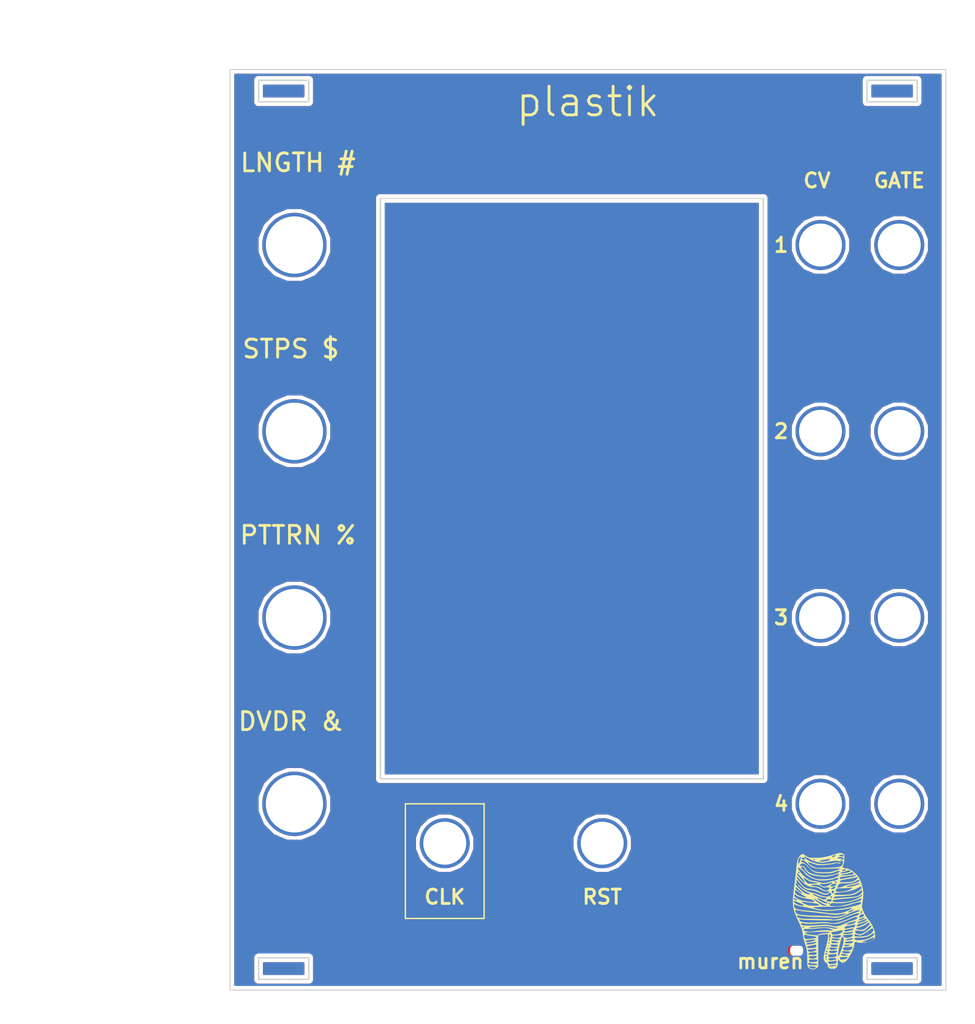
<source format=kicad_pcb>
(kicad_pcb (version 20171130) (host pcbnew 5.0.1)

  (general
    (thickness 1.6)
    (drawings 78)
    (tracks 14)
    (zones 0)
    (modules 1)
    (nets 1)
  )

  (page A4)
  (layers
    (0 F.Cu signal)
    (31 B.Cu signal)
    (32 B.Adhes user)
    (33 F.Adhes user)
    (34 B.Paste user)
    (35 F.Paste user)
    (36 B.SilkS user)
    (37 F.SilkS user)
    (38 B.Mask user)
    (39 F.Mask user)
    (40 Dwgs.User user)
    (41 Cmts.User user)
    (42 Eco1.User user)
    (43 Eco2.User user)
    (44 Edge.Cuts user)
    (45 Margin user)
    (46 B.CrtYd user)
    (47 F.CrtYd user)
    (48 B.Fab user)
    (49 F.Fab user)
  )

  (setup
    (last_trace_width 0.25)
    (user_trace_width 0.5)
    (trace_clearance 0.2)
    (zone_clearance 0.508)
    (zone_45_only no)
    (trace_min 0.2)
    (segment_width 0.2)
    (edge_width 0.15)
    (via_size 0.8)
    (via_drill 0.4)
    (via_min_size 0.4)
    (via_min_drill 0.3)
    (user_via 7 6)
    (user_via 9 8)
    (uvia_size 0.3)
    (uvia_drill 0.1)
    (uvias_allowed no)
    (uvia_min_size 0.2)
    (uvia_min_drill 0.1)
    (pcb_text_width 0.3)
    (pcb_text_size 1.5 1.5)
    (mod_edge_width 0.15)
    (mod_text_size 1 1)
    (mod_text_width 0.15)
    (pad_size 1.524 1.524)
    (pad_drill 0.762)
    (pad_to_mask_clearance 0.051)
    (solder_mask_min_width 0.25)
    (aux_axis_origin 0 0)
    (visible_elements FFFFFF7F)
    (pcbplotparams
      (layerselection 0x010f0_ffffffff)
      (usegerberextensions false)
      (usegerberattributes false)
      (usegerberadvancedattributes false)
      (creategerberjobfile false)
      (excludeedgelayer true)
      (linewidth 0.100000)
      (plotframeref false)
      (viasonmask false)
      (mode 1)
      (useauxorigin false)
      (hpglpennumber 1)
      (hpglpenspeed 20)
      (hpglpendiameter 15.000000)
      (psnegative false)
      (psa4output false)
      (plotreference true)
      (plotvalue true)
      (plotinvisibletext false)
      (padsonsilk false)
      (subtractmaskfromsilk false)
      (outputformat 1)
      (mirror false)
      (drillshape 0)
      (scaleselection 1)
      (outputdirectory "gerber"))
  )

  (net 0 "")

  (net_class Default "Dies ist die voreingestellte Netzklasse."
    (clearance 0.2)
    (trace_width 0.25)
    (via_dia 0.8)
    (via_drill 0.4)
    (uvia_dia 0.3)
    (uvia_drill 0.1)
  )

  (module LOGO (layer F.Cu) (tedit 0) (tstamp 5CAB5C41)
    (at 145 150.5)
    (fp_text reference G*** (at 0 0) (layer F.SilkS) hide
      (effects (font (size 1.524 1.524) (thickness 0.3)))
    )
    (fp_text value LOGO (at 0.75 0) (layer F.SilkS) hide
      (effects (font (size 1.524 1.524) (thickness 0.3)))
    )
    (fp_poly (pts (xy 5.815437 3.949357) (xy 5.799667 3.979334) (xy 5.719893 4.06019) (xy 5.705007 4.064)
      (xy 5.69923 4.00931) (xy 5.715 3.979334) (xy 5.794774 3.898477) (xy 5.80966 3.894667)
      (xy 5.815437 3.949357)) (layer F.SilkS) (width 0.01))
    (fp_poly (pts (xy 5.588 4.106334) (xy 5.545667 4.148667) (xy 5.503334 4.106334) (xy 5.545667 4.064)
      (xy 5.588 4.106334)) (layer F.SilkS) (width 0.01))
    (fp_poly (pts (xy 5.390445 4.176889) (xy 5.378822 4.227223) (xy 5.334 4.233334) (xy 5.26431 4.202355)
      (xy 5.277556 4.176889) (xy 5.378035 4.166756) (xy 5.390445 4.176889)) (layer F.SilkS) (width 0.01))
    (fp_poly (pts (xy 1.394569 -8.115782) (xy 1.513224 -8.080364) (xy 1.689971 -8.010247) (xy 1.784453 -7.921631)
      (xy 1.826752 -7.762903) (xy 1.845453 -7.510378) (xy 1.800217 -6.921437) (xy 1.705738 -6.576613)
      (xy 1.61623 -6.284357) (xy 1.61171 -6.113692) (xy 1.704845 -6.033098) (xy 1.908303 -6.011053)
      (xy 1.933092 -6.010861) (xy 2.341494 -5.936193) (xy 2.78204 -5.731019) (xy 3.218551 -5.419773)
      (xy 3.614848 -5.026888) (xy 3.848242 -4.717462) (xy 4.070035 -4.290774) (xy 4.260146 -3.758225)
      (xy 4.40134 -3.182666) (xy 4.476384 -2.626954) (xy 4.483973 -2.398893) (xy 4.466208 -2.053281)
      (xy 4.423127 -1.636653) (xy 4.369065 -1.27) (xy 4.314726 -0.925002) (xy 4.299874 -0.67937)
      (xy 4.32718 -0.467189) (xy 4.399312 -0.222543) (xy 4.413143 -0.18194) (xy 4.612514 0.303905)
      (xy 4.873492 0.747706) (xy 5.22738 1.207478) (xy 5.52378 1.619062) (xy 5.784271 2.090323)
      (xy 5.987141 2.571947) (xy 6.110682 3.014622) (xy 6.138334 3.2766) (xy 6.116479 3.568471)
      (xy 6.058969 3.776829) (xy 6.025424 3.826934) (xy 5.940875 3.891781) (xy 5.93783 3.821102)
      (xy 5.940183 3.81) (xy 5.94425 3.684719) (xy 5.865035 3.656083) (xy 5.679154 3.722792)
      (xy 5.545667 3.788048) (xy 5.23579 3.925383) (xy 4.895977 4.04782) (xy 4.826 4.06884)
      (xy 4.524684 4.167478) (xy 4.376766 4.244297) (xy 4.384834 4.292487) (xy 4.551472 4.305242)
      (xy 4.741334 4.291785) (xy 4.980115 4.273802) (xy 5.058207 4.284172) (xy 4.995334 4.315161)
      (xy 4.768389 4.36176) (xy 4.466633 4.387042) (xy 4.142951 4.391324) (xy 3.850231 4.374917)
      (xy 3.641361 4.338136) (xy 3.578625 4.306758) (xy 3.428386 4.241162) (xy 3.294945 4.31314)
      (xy 3.221356 4.492981) (xy 3.217334 4.556088) (xy 3.159782 4.964167) (xy 2.999208 5.449309)
      (xy 2.753732 5.970265) (xy 2.441471 6.485782) (xy 2.259172 6.737421) (xy 1.984407 7.042183)
      (xy 1.741132 7.189354) (xy 1.509347 7.182657) (xy 1.271379 7.027334) (xy 1.608667 7.027334)
      (xy 1.673096 7.10954) (xy 1.693334 7.112) (xy 1.77554 7.047571) (xy 1.778 7.027334)
      (xy 1.713571 6.945127) (xy 1.693334 6.942667) (xy 1.611127 7.007096) (xy 1.608667 7.027334)
      (xy 1.271379 7.027334) (xy 1.269053 7.025816) (xy 1.181126 6.938163) (xy 0.939647 6.679659)
      (xy 0.914324 7.204665) (xy 0.889798 7.510502) (xy 0.840193 7.700894) (xy 0.746268 7.829631)
      (xy 0.667515 7.89456) (xy 0.370442 8.039732) (xy 0.065053 8.067102) (xy -0.209144 7.989246)
      (xy -0.299159 7.913824) (xy 0.035553 7.913824) (xy 0.042334 7.958667) (xy 0.114754 8.039349)
      (xy 0.127 8.043334) (xy 0.194314 7.984282) (xy 0.211667 7.958667) (xy 0.191561 7.886938)
      (xy 0.127 7.874) (xy 0.035553 7.913824) (xy -0.299159 7.913824) (xy -0.412644 7.818738)
      (xy -0.470801 7.662528) (xy -0.320089 7.662528) (xy -0.175928 7.693604) (xy 0.128241 7.69106)
      (xy 0.167552 7.688403) (xy 0.446963 7.659787) (xy 0.654124 7.62301) (xy 0.731996 7.59356)
      (xy 0.767037 7.52436) (xy 0.684493 7.490796) (xy 0.466621 7.490164) (xy 0.189633 7.510947)
      (xy -0.135525 7.556863) (xy -0.306027 7.612169) (xy -0.320089 7.662528) (xy -0.470801 7.662528)
      (xy -0.505938 7.568153) (xy -0.508 7.520396) (xy -0.561644 7.302195) (xy -0.717217 7.182377)
      (xy -0.792908 7.118427) (xy -0.423333 7.118427) (xy -0.391623 7.271115) (xy -0.366889 7.309556)
      (xy -0.245657 7.34673) (xy -0.019628 7.362592) (xy 0.247983 7.356935) (xy 0.493959 7.32955)
      (xy 0.5715 7.312636) (xy 0.728335 7.205366) (xy 0.762 7.054087) (xy 0.740329 6.907649)
      (xy 0.642691 6.892849) (xy 0.5715 6.915795) (xy 0.370828 6.957936) (xy 0.091418 6.982089)
      (xy -0.021166 6.984371) (xy -0.275647 6.997467) (xy -0.397581 7.045611) (xy -0.423333 7.118427)
      (xy -0.792908 7.118427) (xy -0.89276 7.034065) (xy -1.016437 6.814343) (xy -1.030732 6.75359)
      (xy -0.811179 6.75359) (xy -0.799864 6.780565) (xy -0.697077 6.822513) (xy -0.670102 6.811198)
      (xy -0.628154 6.70841) (xy -0.632252 6.698639) (xy -0.410759 6.698639) (xy -0.381 6.773334)
      (xy -0.2615 6.831586) (xy -0.037117 6.854865) (xy 0.231325 6.843031) (xy 0.482999 6.795947)
      (xy 0.544822 6.775429) (xy 0.727556 6.680852) (xy 0.74858 6.603162) (xy 0.615142 6.548017)
      (xy 0.504433 6.537389) (xy 1.194087 6.537389) (xy 1.218701 6.653498) (xy 1.283854 6.725378)
      (xy 1.430559 6.746789) (xy 1.699643 6.723357) (xy 1.713036 6.721631) (xy 1.975862 6.67249)
      (xy 2.165607 6.609395) (xy 2.221204 6.570354) (xy 2.270569 6.474751) (xy 2.239968 6.419273)
      (xy 2.100831 6.391516) (xy 1.824586 6.379081) (xy 1.777965 6.377962) (xy 1.443732 6.386043)
      (xy 1.255779 6.435898) (xy 1.194087 6.537389) (xy 0.504433 6.537389) (xy 0.334492 6.521075)
      (xy 0.216664 6.519334) (xy -0.147717 6.538185) (xy -0.354337 6.596882) (xy -0.410759 6.698639)
      (xy -0.632252 6.698639) (xy -0.639469 6.681435) (xy -0.742256 6.639488) (xy -0.769231 6.650803)
      (xy -0.811179 6.75359) (xy -1.030732 6.75359) (xy -1.049129 6.675411) (xy -1.057229 6.507648)
      (xy -1.046081 6.387861) (xy -0.831708 6.387861) (xy -0.790801 6.500827) (xy -0.719666 6.519334)
      (xy -0.612911 6.458468) (xy -0.608785 6.371167) (xy -0.679352 6.251889) (xy -0.776354 6.272484)
      (xy -0.831708 6.387861) (xy -1.046081 6.387861) (xy -1.036759 6.287711) (xy -1.015018 6.166556)
      (xy -0.423333 6.166556) (xy -0.395691 6.327543) (xy -0.366889 6.378222) (xy -0.23489 6.421546)
      (xy -0.002502 6.432838) (xy 0.264761 6.413973) (xy 0.501385 6.366831) (xy 0.544822 6.352096)
      (xy 0.701748 6.245147) (xy 0.738025 6.174525) (xy 0.939087 6.174525) (xy 0.975953 6.263332)
      (xy 1.054324 6.203925) (xy 1.143158 6.042855) (xy 1.354667 6.042855) (xy 1.429646 6.144397)
      (xy 1.61838 6.210652) (xy 1.866561 6.227055) (xy 1.989667 6.213157) (xy 2.1967 6.185465)
      (xy 2.286 6.179248) (xy 2.367604 6.158763) (xy 2.314915 6.114725) (xy 2.159178 6.059233)
      (xy 1.931639 6.004385) (xy 1.756834 5.974346) (xy 1.50878 5.948379) (xy 1.387395 5.968352)
      (xy 1.354678 6.040737) (xy 1.354667 6.042855) (xy 1.143158 6.042855) (xy 1.172206 5.990187)
      (xy 1.297591 5.693834) (xy 1.318289 5.635876) (xy 1.524 5.635876) (xy 1.588873 5.769128)
      (xy 1.672167 5.840038) (xy 1.849386 5.885591) (xy 2.110728 5.889615) (xy 2.384012 5.85812)
      (xy 2.597056 5.797119) (xy 2.657935 5.757932) (xy 2.708602 5.689435) (xy 2.678824 5.642917)
      (xy 2.543079 5.609698) (xy 2.275843 5.581096) (xy 2.0955 5.56662) (xy 1.778246 5.550126)
      (xy 1.598974 5.563689) (xy 1.528423 5.610856) (xy 1.524 5.635876) (xy 1.318289 5.635876)
      (xy 1.449861 5.267457) (xy 1.637328 5.267457) (xy 1.752225 5.402308) (xy 1.937628 5.464312)
      (xy 2.2137 5.477636) (xy 2.510458 5.447131) (xy 2.757922 5.377646) (xy 2.845298 5.326561)
      (xy 2.945238 5.164003) (xy 2.963334 5.05905) (xy 2.938679 4.94606) (xy 2.832577 4.921435)
      (xy 2.69875 4.942417) (xy 2.436114 4.97712) (xy 2.128183 4.994771) (xy 2.072809 4.995334)
      (xy 1.803884 5.033098) (xy 1.652794 5.131334) (xy 1.637328 5.267457) (xy 1.449861 5.267457)
      (xy 1.497718 5.133454) (xy 1.591038 4.804663) (xy 1.794442 4.804663) (xy 1.838772 4.858549)
      (xy 1.957707 4.884899) (xy 2.16985 4.872064) (xy 2.406524 4.830538) (xy 2.599056 4.770819)
      (xy 2.662767 4.73262) (xy 2.635171 4.689521) (xy 2.463373 4.662948) (xy 2.2606 4.656667)
      (xy 1.951905 4.671472) (xy 1.799943 4.719165) (xy 1.794442 4.804663) (xy 1.591038 4.804663)
      (xy 1.640886 4.62904) (xy 1.684045 4.407664) (xy 1.862667 4.407664) (xy 1.93808 4.449066)
      (xy 2.128327 4.475888) (xy 2.379417 4.486677) (xy 2.63736 4.479982) (xy 2.848165 4.454351)
      (xy 2.914075 4.435942) (xy 3.030943 4.326309) (xy 3.048 4.258295) (xy 3.020792 4.191222)
      (xy 2.915856 4.164457) (xy 2.698227 4.173641) (xy 2.518834 4.192321) (xy 2.185423 4.234661)
      (xy 1.987335 4.275093) (xy 1.89105 4.324617) (xy 1.86305 4.394234) (xy 1.862667 4.407664)
      (xy 1.684045 4.407664) (xy 1.724556 4.199876) (xy 1.737336 4.002194) (xy 1.947334 4.002194)
      (xy 2.021177 4.042119) (xy 2.207052 4.051479) (xy 2.451473 4.035462) (xy 2.700957 3.999258)
      (xy 2.902018 3.948055) (xy 2.990916 3.900951) (xy 3.042261 3.794961) (xy 3.037173 3.782375)
      (xy 3.218515 3.782375) (xy 3.253769 3.889567) (xy 3.323167 3.97108) (xy 3.468687 4.025898)
      (xy 3.73529 4.045779) (xy 4.079029 4.03372) (xy 4.455956 3.992718) (xy 4.822124 3.925772)
      (xy 5.09308 3.850365) (xy 5.407747 3.704959) (xy 5.722608 3.503399) (xy 5.812747 3.430933)
      (xy 5.996874 3.259943) (xy 6.061968 3.161) (xy 6.023875 3.103771) (xy 5.991417 3.088892)
      (xy 5.806415 3.104983) (xy 5.585401 3.248862) (xy 5.240838 3.465874) (xy 4.805536 3.603051)
      (xy 4.25304 3.667126) (xy 3.915834 3.673817) (xy 3.534759 3.681917) (xy 3.307249 3.715631)
      (xy 3.218515 3.782375) (xy 3.037173 3.782375) (xy 3.02942 3.763198) (xy 2.921801 3.747162)
      (xy 2.713181 3.769395) (xy 2.457492 3.817985) (xy 2.208668 3.881019) (xy 2.020642 3.946586)
      (xy 1.947334 4.002194) (xy 1.737336 4.002194) (xy 1.74619 3.865245) (xy 1.70325 3.644428)
      (xy 1.593197 3.55671) (xy 1.578985 3.556) (xy 1.519744 3.586472) (xy 1.457991 3.690828)
      (xy 1.387591 3.888475) (xy 1.302414 4.198824) (xy 1.196326 4.641283) (xy 1.097464 5.08)
      (xy 0.997848 5.576741) (xy 0.94572 5.943622) (xy 0.939087 6.174525) (xy 0.738025 6.174525)
      (xy 0.771715 6.108942) (xy 0.75136 5.993142) (xy 0.637323 5.947404) (xy 0.5715 5.957969)
      (xy 0.370753 5.989404) (xy 0.091248 6.008073) (xy -0.021166 6.010177) (xy -0.269594 6.022007)
      (xy -0.390087 6.066144) (xy -0.423235 6.158372) (xy -0.423333 6.166556) (xy -1.015018 6.166556)
      (xy -0.983739 5.992258) (xy -0.979867 5.975208) (xy -0.846666 5.975208) (xy -0.789011 6.067809)
      (xy -0.666099 6.072126) (xy -0.553014 5.994634) (xy -0.529127 5.947834) (xy -0.568072 5.86233)
      (xy -0.670278 5.842) (xy -0.815825 5.895785) (xy -0.846666 5.975208) (xy -0.979867 5.975208)
      (xy -0.894191 5.597946) (xy -0.883461 5.55533) (xy -0.751767 5.55533) (xy -0.730844 5.672226)
      (xy -0.707857 5.698587) (xy -0.602316 5.71571) (xy -0.516741 5.629896) (xy -0.508 5.583003)
      (xy -0.510084 5.580856) (xy -0.3322 5.580856) (xy -0.328913 5.656702) (xy -0.30945 5.711349)
      (xy -0.197524 5.794472) (xy 0.020761 5.839494) (xy 0.28675 5.846327) (xy 0.54179 5.814885)
      (xy 0.727228 5.745078) (xy 0.763698 5.712954) (xy 0.829354 5.588883) (xy 0.767693 5.514217)
      (xy 0.565661 5.483561) (xy 0.225873 5.490619) (xy -0.086734 5.510979) (xy -0.262115 5.53667)
      (xy -0.3322 5.580856) (xy -0.510084 5.580856) (xy -0.576651 5.512297) (xy -0.635 5.503334)
      (xy -0.751767 5.55533) (xy -0.883461 5.55533) (xy -0.795756 5.207) (xy -0.592666 5.207)
      (xy -0.546949 5.319672) (xy -0.508 5.334) (xy -0.432885 5.265424) (xy -0.423333 5.207)
      (xy -0.456956 5.124136) (xy -0.224074 5.124136) (xy -0.214583 5.282743) (xy -0.160504 5.339861)
      (xy -0.007089 5.372189) (xy 0.244485 5.36972) (xy 0.527523 5.336346) (xy 0.740834 5.287265)
      (xy 0.846051 5.215934) (xy 0.813878 5.140498) (xy 0.670703 5.099858) (xy 0.613834 5.100041)
      (xy 0.35863 5.089034) (xy 0.105764 5.047556) (xy -0.096561 5.019511) (xy -0.198032 5.072942)
      (xy -0.224074 5.124136) (xy -0.456956 5.124136) (xy -0.469051 5.094328) (xy -0.508 5.08)
      (xy -0.583114 5.148577) (xy -0.592666 5.207) (xy -0.795756 5.207) (xy -0.764138 5.081431)
      (xy -0.695749 4.821003) (xy -0.508 4.821003) (xy -0.446539 4.907221) (xy -0.423333 4.910667)
      (xy -0.340868 4.88178) (xy -0.338666 4.87333) (xy -0.397995 4.801044) (xy -0.423333 4.783667)
      (xy -0.501352 4.79038) (xy -0.508 4.821003) (xy -0.695749 4.821003) (xy -0.673826 4.737516)
      (xy -0.127 4.737516) (xy -0.052295 4.854939) (xy 0.136388 4.937561) (xy 0.385903 4.977838)
      (xy 0.643104 4.968227) (xy 0.854842 4.901182) (xy 0.885644 4.881257) (xy 0.978124 4.789301)
      (xy 0.949945 4.724813) (xy 0.786 4.680697) (xy 0.471186 4.649858) (xy 0.381 4.644198)
      (xy 0.08878 4.635651) (xy -0.068879 4.657614) (xy -0.124977 4.716149) (xy -0.127 4.737516)
      (xy -0.673826 4.737516) (xy -0.641477 4.614334) (xy -0.600862 4.445) (xy -0.423333 4.445)
      (xy -0.380373 4.550374) (xy -0.332316 4.555772) (xy -0.244842 4.468364) (xy -0.2413 4.445)
      (xy -0.307215 4.345726) (xy -0.332316 4.334228) (xy -0.409519 4.375098) (xy -0.423333 4.445)
      (xy -0.600862 4.445) (xy -0.563415 4.288875) (xy 0.009119 4.288875) (xy 0.03085 4.360938)
      (xy 0.101716 4.440379) (xy 0.260002 4.474196) (xy 0.545144 4.4707) (xy 0.550283 4.470423)
      (xy 0.810403 4.442465) (xy 0.988876 4.39714) (xy 1.038141 4.360334) (xy 0.972146 4.31584)
      (xy 0.791593 4.26672) (xy 0.550731 4.221668) (xy 0.303808 4.189378) (xy 0.105076 4.178544)
      (xy 0.010707 4.195668) (xy 0.009119 4.288875) (xy -0.563415 4.288875) (xy -0.547822 4.223868)
      (xy -0.501031 3.979334) (xy -0.338666 3.979334) (xy -0.30321 4.116914) (xy -0.254 4.148667)
      (xy -0.18521 4.077754) (xy -0.169333 3.979334) (xy -0.204789 3.841753) (xy -0.221452 3.831001)
      (xy 0.037328 3.831001) (xy 0.065952 3.91237) (xy 0.090923 3.944538) (xy 0.22456 4.015672)
      (xy 0.447941 4.057544) (xy 0.708308 4.070156) (xy 0.952901 4.053508) (xy 1.128961 4.0076)
      (xy 1.185334 3.94452) (xy 1.129891 3.869922) (xy 0.94855 3.820507) (xy 0.656167 3.792018)
      (xy 0.310736 3.77668) (xy 0.11169 3.787723) (xy 0.037328 3.831001) (xy -0.221452 3.831001)
      (xy -0.254 3.81) (xy -0.32279 3.880913) (xy -0.338666 3.979334) (xy -0.501031 3.979334)
      (xy -0.478623 3.86223) (xy -0.442874 3.580752) (xy -0.441249 3.471334) (xy -0.443979 3.438194)
      (xy -0.308099 3.438194) (xy -0.306192 3.450167) (xy -0.274158 3.638463) (xy -0.247027 3.71279)
      (xy -0.198689 3.725646) (xy -0.169333 3.725334) (xy -0.109886 3.651761) (xy -0.084797 3.475365)
      (xy 0.102181 3.475365) (xy 0.105763 3.4925) (xy 0.217702 3.592954) (xy 0.44362 3.666972)
      (xy 0.729036 3.705317) (xy 1.019473 3.69875) (xy 1.164167 3.671969) (xy 1.323157 3.562136)
      (xy 1.354667 3.450381) (xy 1.336404 3.355448) (xy 1.616241 3.355448) (xy 1.639867 3.431661)
      (xy 1.735197 3.555481) (xy 1.965429 3.691015) (xy 2.287994 3.719099) (xy 2.662852 3.637879)
      (xy 2.754386 3.602654) (xy 2.945618 3.490396) (xy 3.01198 3.408937) (xy 3.23964 3.408937)
      (xy 3.363435 3.493246) (xy 3.624924 3.534141) (xy 4.036629 3.535103) (xy 4.150173 3.530224)
      (xy 4.656763 3.483483) (xy 5.032938 3.395884) (xy 5.208506 3.321991) (xy 5.570905 3.094893)
      (xy 5.799566 2.859702) (xy 5.880443 2.632587) (xy 5.871472 2.558889) (xy 5.805462 2.411888)
      (xy 5.749176 2.370667) (xy 5.648994 2.418555) (xy 5.458169 2.543806) (xy 5.229884 2.710431)
      (xy 4.928305 2.924012) (xy 4.614337 3.121616) (xy 4.42078 3.227462) (xy 4.184456 3.331842)
      (xy 4.007524 3.360292) (xy 3.801547 3.318818) (xy 3.673633 3.278225) (xy 3.437639 3.207509)
      (xy 3.313201 3.197631) (xy 3.25387 3.248538) (xy 3.241016 3.277739) (xy 3.23964 3.408937)
      (xy 3.01198 3.408937) (xy 3.044326 3.369233) (xy 3.048 3.346673) (xy 3.026783 3.282258)
      (xy 2.941742 3.248931) (xy 2.760791 3.243141) (xy 2.451846 3.261332) (xy 2.3495 3.269319)
      (xy 2.024389 3.298448) (xy 1.770697 3.326987) (xy 1.630391 3.350007) (xy 1.616241 3.355448)
      (xy 1.336404 3.355448) (xy 1.333837 3.342105) (xy 1.240308 3.309058) (xy 1.037167 3.332324)
      (xy 0.719911 3.369468) (xy 0.398679 3.385722) (xy 0.395111 3.385735) (xy 0.170727 3.408075)
      (xy 0.102181 3.475365) (xy -0.084797 3.475365) (xy -0.084673 3.474494) (xy -0.084666 3.471334)
      (xy -0.121164 3.271666) (xy -0.214563 3.217334) (xy -0.305202 3.267585) (xy -0.308099 3.438194)
      (xy -0.443979 3.438194) (xy -0.465666 3.175) (xy -0.902743 3.201504) (xy -1.210154 3.230058)
      (xy -1.486771 3.271929) (xy -1.580077 3.292783) (xy -1.820333 3.357558) (xy -1.820333 7.718805)
      (xy -2.057888 7.923402) (xy -2.376088 8.097501) (xy -2.717708 8.114041) (xy -3.044104 7.973015)
      (xy -3.106779 7.923652) (xy -3.202633 7.836578) (xy -3.268743 7.748142) (xy -3.283906 7.704566)
      (xy -3.102125 7.704566) (xy -3.098881 7.78033) (xy -2.95029 7.907459) (xy -2.944494 7.911533)
      (xy -2.64816 8.032795) (xy -2.356036 7.991205) (xy -2.238815 7.923256) (xy -2.133147 7.830668)
      (xy -2.134589 7.769275) (xy -2.261991 7.728138) (xy -2.534204 7.696317) (xy -2.645833 7.687038)
      (xy -2.953336 7.675143) (xy -3.102125 7.704566) (xy -3.283906 7.704566) (xy -3.310998 7.626711)
      (xy -3.335289 7.440651) (xy -3.342701 7.269318) (xy -3.217333 7.269318) (xy -3.200604 7.401158)
      (xy -3.128203 7.480754) (xy -2.966813 7.520924) (xy -2.683116 7.534487) (xy -2.525889 7.535334)
      (xy -2.208278 7.527553) (xy -2.028177 7.499629) (xy -1.954281 7.444691) (xy -1.947333 7.408334)
      (xy -1.993178 7.328003) (xy -2.151578 7.289078) (xy -2.365155 7.281334) (xy -2.661922 7.264456)
      (xy -2.922534 7.221891) (xy -3.000155 7.198762) (xy -3.157641 7.156227) (xy -3.213113 7.209283)
      (xy -3.217333 7.269318) (xy -3.342701 7.269318) (xy -3.347504 7.158331) (xy -3.351815 6.865056)
      (xy -3.132617 6.865056) (xy -3.108951 6.99839) (xy -3.015772 7.072946) (xy -2.819993 7.100743)
      (xy -2.501141 7.094414) (xy -2.213273 7.073241) (xy -2.054052 7.034806) (xy -1.982799 6.963641)
      (xy -1.964059 6.890213) (xy -1.9623 6.796881) (xy -2.013658 6.744131) (xy -2.152972 6.721642)
      (xy -2.415077 6.719089) (xy -2.53551 6.72088) (xy -2.856613 6.733325) (xy -3.041014 6.762309)
      (xy -3.121117 6.815655) (xy -3.132617 6.865056) (xy -3.351815 6.865056) (xy -3.353534 6.748116)
      (xy -3.355067 6.590152) (xy -3.358838 6.411753) (xy -3.125301 6.411753) (xy -3.10345 6.473349)
      (xy -2.989056 6.559224) (xy -2.762087 6.601737) (xy -2.474802 6.596303) (xy -2.2225 6.550636)
      (xy -2.071046 6.451989) (xy -2.032 6.348154) (xy -2.050624 6.266651) (xy -2.131478 6.227867)
      (xy -2.312039 6.22432) (xy -2.561166 6.242488) (xy -2.875071 6.27172) (xy -3.052328 6.300564)
      (xy -3.125037 6.342686) (xy -3.125301 6.411753) (xy -3.358838 6.411753) (xy -3.366465 6.051059)
      (xy -3.375247 5.921786) (xy -3.204999 5.921786) (xy -3.179559 6.003956) (xy -3.068244 6.055066)
      (xy -2.849048 6.086438) (xy -2.582539 6.095644) (xy -2.329282 6.080254) (xy -2.165925 6.044608)
      (xy -2.051048 5.926297) (xy -2.032 5.840971) (xy -2.050471 5.758984) (xy -2.130897 5.719783)
      (xy -2.310796 5.715752) (xy -2.561166 5.733542) (xy -2.92341 5.777191) (xy -3.132665 5.837597)
      (xy -3.204999 5.921786) (xy -3.375247 5.921786) (xy -3.395386 5.625339) (xy -3.43347 5.375238)
      (xy -3.282826 5.375238) (xy -3.277023 5.458149) (xy -3.252601 5.533549) (xy -3.130125 5.636326)
      (xy -2.89795 5.671107) (xy -2.601814 5.63708) (xy -2.325614 5.549987) (xy -2.09404 5.432583)
      (xy -2.024718 5.345686) (xy -2.112669 5.293223) (xy -2.352909 5.27912) (xy -2.645833 5.297563)
      (xy -2.947279 5.328441) (xy -3.173363 5.355673) (xy -3.280106 5.373896) (xy -3.282826 5.375238)
      (xy -3.43347 5.375238) (xy -3.451442 5.257219) (xy -3.50406 5.049538) (xy -3.375467 5.049538)
      (xy -3.330222 5.108222) (xy -3.210765 5.142468) (xy -2.982753 5.155075) (xy -2.705428 5.147138)
      (xy -2.438035 5.119753) (xy -2.286 5.08891) (xy -2.116135 4.986467) (xy -2.074333 4.822183)
      (xy -2.111462 4.664861) (xy -2.201333 4.644718) (xy -2.348437 4.674771) (xy -2.602711 4.722242)
      (xy -2.8575 4.767748) (xy -3.191205 4.846315) (xy -3.361857 4.938802) (xy -3.375467 5.049538)
      (xy -3.50406 5.049538) (xy -3.544248 4.890923) (xy -3.656649 4.5515) (xy -3.471333 4.5515)
      (xy -3.441832 4.624083) (xy -3.328638 4.64996) (xy -3.094713 4.635358) (xy -3.021526 4.627115)
      (xy -2.703734 4.577668) (xy -2.409419 4.512393) (xy -2.301859 4.480175) (xy -2.107318 4.385721)
      (xy -2.035078 4.299658) (xy -2.090519 4.252403) (xy -2.264833 4.270789) (xy -2.481136 4.311317)
      (xy -2.78392 4.353372) (xy -2.9845 4.375502) (xy -3.280969 4.418142) (xy -3.434253 4.478776)
      (xy -3.471333 4.5515) (xy -3.656649 4.5515) (xy -3.683414 4.470677) (xy -3.753962 4.275667)
      (xy -3.791891 4.140648) (xy -3.640666 4.140648) (xy -3.567165 4.268004) (xy -3.350159 4.314089)
      (xy -2.99489 4.278547) (xy -2.672696 4.206454) (xy -2.431793 4.124365) (xy -2.266879 4.033611)
      (xy -2.196482 3.955335) (xy -2.239128 3.910682) (xy -2.413348 3.920797) (xy -2.424134 3.922794)
      (xy -2.646548 3.958157) (xy -2.953573 3.998986) (xy -3.153833 4.022484) (xy -3.415082 4.061438)
      (xy -3.591784 4.107186) (xy -3.640666 4.140648) (xy -3.791891 4.140648) (xy -3.823746 4.027257)
      (xy -3.89525 3.678288) (xy -3.919764 3.521413) (xy -3.79792 3.521413) (xy -3.733108 3.699748)
      (xy -3.670527 3.815808) (xy -3.587522 3.875489) (xy -3.43891 3.890027) (xy -3.179503 3.870664)
      (xy -3.084504 3.86107) (xy -2.751752 3.823118) (xy -2.449782 3.78217) (xy -2.280219 3.753811)
      (xy -2.094608 3.690032) (xy -2.065075 3.614094) (xy -2.180192 3.538611) (xy -2.428525 3.476202)
      (xy -2.546839 3.45954) (xy -2.894138 3.409944) (xy -3.242678 3.347015) (xy -3.371126 3.31911)
      (xy -3.647323 3.28531) (xy -3.787839 3.350905) (xy -3.79792 3.521413) (xy -3.919764 3.521413)
      (xy -3.954858 3.296838) (xy -3.963502 3.228081) (xy -3.991791 3.036285) (xy -3.689438 3.036285)
      (xy -3.685937 3.095379) (xy -3.513997 3.15952) (xy -3.173722 3.226802) (xy -2.667 3.29511)
      (xy -2.367579 3.330586) (xy -2.140095 3.359102) (xy -2.03135 3.374779) (xy -2.029672 3.375171)
      (xy -1.935899 3.340085) (xy -1.780824 3.243648) (xy -1.544566 3.147428) (xy -1.154292 3.084547)
      (xy -0.869529 3.063516) (xy -0.64648 3.045561) (xy 0.003076 3.045561) (xy 0.105804 3.185508)
      (xy 0.148167 3.21414) (xy 0.337631 3.260153) (xy 0.622035 3.256374) (xy 0.936579 3.209185)
      (xy 1.216457 3.124967) (xy 1.26219 3.104426) (xy 1.319329 3.065277) (xy 1.641532 3.065277)
      (xy 1.655869 3.140546) (xy 1.766927 3.18117) (xy 1.999167 3.189383) (xy 2.30806 3.167617)
      (xy 2.649081 3.118308) (xy 2.8575 3.074879) (xy 3.006233 2.991733) (xy 3.048 2.902763)
      (xy 3.003915 2.818517) (xy 2.899834 2.84284) (xy 2.734031 2.886175) (xy 2.470059 2.924522)
      (xy 2.286 2.940963) (xy 1.932731 2.971698) (xy 1.725629 3.010691) (xy 1.641532 3.065277)
      (xy 1.319329 3.065277) (xy 1.449497 2.976093) (xy 1.576642 2.822506) (xy 1.590285 2.764947)
      (xy 1.804333 2.764947) (xy 1.81862 2.791227) (xy 1.925749 2.836146) (xy 2.163241 2.822426)
      (xy 2.484476 2.760121) (xy 3.329374 2.760121) (xy 3.336101 2.933568) (xy 3.470421 3.075695)
      (xy 3.69142 3.17194) (xy 3.958189 3.207742) (xy 4.229817 3.16854) (xy 4.344733 3.121518)
      (xy 4.733183 2.899206) (xy 5.073491 2.665322) (xy 5.346083 2.438398) (xy 5.53138 2.236962)
      (xy 5.609807 2.079545) (xy 5.561785 1.984678) (xy 5.550802 1.979922) (xy 5.404305 2.008983)
      (xy 5.218359 2.172642) (xy 5.205055 2.188205) (xy 4.977442 2.413481) (xy 4.716555 2.613547)
      (xy 4.696786 2.626035) (xy 4.511715 2.725266) (xy 4.33682 2.76632) (xy 4.106277 2.757494)
      (xy 3.88857 2.727907) (xy 3.586722 2.690956) (xy 3.414417 2.69596) (xy 3.336642 2.744936)
      (xy 3.329374 2.760121) (xy 2.484476 2.760121) (xy 2.542196 2.748926) (xy 2.772834 2.69328)
      (xy 3.016725 2.604059) (xy 3.12876 2.4996) (xy 3.132667 2.476793) (xy 3.101514 2.419312)
      (xy 3.458887 2.419312) (xy 3.531686 2.498831) (xy 3.723299 2.566456) (xy 4.017613 2.609179)
      (xy 4.154751 2.616227) (xy 4.488593 2.554535) (xy 4.764039 2.391834) (xy 5.064521 2.135057)
      (xy 5.272069 1.898392) (xy 5.369444 1.705684) (xy 5.346016 1.586816) (xy 5.237737 1.551638)
      (xy 5.08433 1.64951) (xy 5.059955 1.671819) (xy 4.820955 1.841677) (xy 4.482342 2.017964)
      (xy 4.109869 2.170685) (xy 3.769292 2.269842) (xy 3.734169 2.276631) (xy 3.521011 2.34091)
      (xy 3.458887 2.419312) (xy 3.101514 2.419312) (xy 3.08692 2.392387) (xy 2.927502 2.39677)
      (xy 2.899834 2.402609) (xy 2.670983 2.446006) (xy 2.373237 2.493512) (xy 2.262361 2.509232)
      (xy 1.958603 2.569764) (xy 1.810357 2.652188) (xy 1.804333 2.764947) (xy 1.590285 2.764947)
      (xy 1.607494 2.692346) (xy 1.590138 2.662582) (xy 1.486036 2.653673) (xy 1.267204 2.683823)
      (xy 0.995056 2.743188) (xy 0.675649 2.814653) (xy 0.390367 2.863745) (xy 0.227424 2.878667)
      (xy 0.047222 2.92802) (xy 0.003076 3.045561) (xy -0.64648 3.045561) (xy -0.476176 3.031852)
      (xy -0.251491 2.986989) (xy -0.19437 2.931368) (xy -0.250908 2.892244) (xy -0.399003 2.865942)
      (xy -0.652347 2.852336) (xy -1.024632 2.851299) (xy -1.529547 2.862705) (xy -2.180785 2.886427)
      (xy -2.68826 2.908356) (xy -3.190704 2.940866) (xy -3.524395 2.984145) (xy -3.689438 3.036285)
      (xy -3.991791 3.036285) (xy -4.011847 2.900317) (xy -4.080815 2.603483) (xy -4.088756 2.579913)
      (xy -3.894666 2.579913) (xy -3.817942 2.685322) (xy -3.619148 2.780977) (xy -3.345357 2.849045)
      (xy -3.126238 2.871031) (xy -2.954389 2.86229) (xy -2.660332 2.832682) (xy -2.289208 2.787186)
      (xy -1.983238 2.745022) (xy -1.277042 2.668701) (xy -0.643972 2.650805) (xy -0.402166 2.662337)
      (xy -0.079787 2.67816) (xy 0.149859 2.671095) (xy 0.251859 2.64254) (xy 0.254 2.63605)
      (xy 0.178839 2.57644) (xy -0.017881 2.49538) (xy -0.283778 2.413234) (xy -0.562773 2.34632)
      (xy -0.814004 2.31283) (xy -1.093293 2.310704) (xy -1.456459 2.337878) (xy -1.684099 2.361499)
      (xy -2.147402 2.403927) (xy -2.641172 2.436365) (xy -3.082268 2.453738) (xy -3.220654 2.455334)
      (xy -3.568603 2.4616) (xy -3.777025 2.484032) (xy -3.875387 2.528075) (xy -3.894666 2.579913)
      (xy -4.088756 2.579913) (xy -4.181123 2.305763) (xy -3.132666 2.305763) (xy -3.055683 2.345515)
      (xy -2.849909 2.351876) (xy -2.688166 2.339328) (xy -1.85708 2.264983) (xy -1.157164 2.233652)
      (xy -0.598564 2.245423) (xy -0.191424 2.300384) (xy -0.127 2.317164) (xy 0.31547 2.421573)
      (xy 0.634135 2.438427) (xy 0.846667 2.370667) (xy 0.891291 2.321868) (xy 1.890804 2.321868)
      (xy 1.926077 2.38828) (xy 1.989931 2.419824) (xy 2.115222 2.414621) (xy 2.334803 2.370791)
      (xy 2.681531 2.286454) (xy 2.732454 2.27372) (xy 2.95717 2.233647) (xy 3.11179 2.235017)
      (xy 3.130372 2.242249) (xy 3.219663 2.218257) (xy 3.309687 2.09895) (xy 3.351917 1.977054)
      (xy 3.570959 1.977054) (xy 3.601655 2.089716) (xy 3.759344 2.106483) (xy 4.04805 2.026873)
      (xy 4.415941 1.875696) (xy 4.715723 1.726734) (xy 4.953392 1.58192) (xy 5.105391 1.459601)
      (xy 5.148168 1.378127) (xy 5.084801 1.354667) (xy 4.936574 1.392674) (xy 4.799267 1.455522)
      (xy 4.61847 1.532368) (xy 4.341891 1.626924) (xy 4.106334 1.696909) (xy 3.777353 1.810412)
      (xy 3.599029 1.925154) (xy 3.570959 1.977054) (xy 3.351917 1.977054) (xy 3.360147 1.9533)
      (xy 3.348354 1.869172) (xy 3.247924 1.848022) (xy 3.043637 1.877554) (xy 2.907649 1.913255)
      (xy 2.622752 1.985614) (xy 2.368473 2.028434) (xy 2.293711 2.033297) (xy 2.035082 2.074604)
      (xy 1.89506 2.182898) (xy 1.890804 2.321868) (xy 0.891291 2.321868) (xy 0.898843 2.31361)
      (xy 0.806063 2.289834) (xy 0.713867 2.287297) (xy 0.483278 2.261967) (xy 0.178118 2.198607)
      (xy -0.005799 2.148985) (xy -0.333085 2.074555) (xy -0.694481 2.045394) (xy -1.151308 2.057129)
      (xy -1.227666 2.061872) (xy -1.913541 2.110818) (xy -2.43841 2.157625) (xy -2.810568 2.203355)
      (xy -3.038313 2.249071) (xy -3.129941 2.295834) (xy -3.132666 2.305763) (xy -4.181123 2.305763)
      (xy -4.185534 2.292674) (xy -4.223977 2.201334) (xy -4.064 2.201334) (xy -3.992874 2.269459)
      (xy -3.88967 2.286) (xy -3.7726 2.253407) (xy -3.767666 2.201334) (xy -3.890169 2.123429)
      (xy -3.941997 2.116667) (xy -4.051424 2.164006) (xy -4.064 2.201334) (xy -4.223977 2.201334)
      (xy -4.34113 1.922986) (xy -4.432439 1.727888) (xy -4.233333 1.727888) (xy -4.199215 1.836657)
      (xy -4.087975 1.918415) (xy -3.886284 1.973914) (xy -3.580816 2.003907) (xy -3.158242 2.009147)
      (xy -2.605233 1.990386) (xy -1.908463 1.948378) (xy -1.227666 1.897679) (xy -0.755097 1.879324)
      (xy -0.380704 1.912949) (xy -0.127 1.974558) (xy 0.364048 2.090001) (xy 0.798747 2.100678)
      (xy 1.237336 2.00115) (xy 1.690025 1.810508) (xy 1.729403 1.792906) (xy 2.116667 1.792906)
      (xy 2.190937 1.846401) (xy 2.382753 1.85876) (xy 2.645624 1.83087) (xy 2.882578 1.778313)
      (xy 3.151937 1.680386) (xy 3.355877 1.564051) (xy 3.368054 1.551014) (xy 3.682179 1.551014)
      (xy 3.686198 1.613841) (xy 3.800239 1.664472) (xy 3.882064 1.648544) (xy 4.04464 1.590815)
      (xy 4.293692 1.510213) (xy 4.413688 1.473171) (xy 4.689225 1.366716) (xy 4.883464 1.248196)
      (xy 4.967757 1.139549) (xy 4.935452 1.073651) (xy 4.826513 1.080991) (xy 4.613774 1.143072)
      (xy 4.402174 1.222933) (xy 4.122424 1.336559) (xy 3.888452 1.429041) (xy 3.783467 1.468555)
      (xy 3.682179 1.551014) (xy 3.368054 1.551014) (xy 3.459117 1.453527) (xy 3.449428 1.389206)
      (xy 3.345669 1.382803) (xy 3.134192 1.422181) (xy 2.862449 1.492966) (xy 2.577891 1.580785)
      (xy 2.327968 1.671265) (xy 2.160131 1.750034) (xy 2.116667 1.792906) (xy 1.729403 1.792906)
      (xy 2.104301 1.625327) (xy 2.574147 1.438713) (xy 2.980897 1.296686) (xy 3.255182 1.204352)
      (xy 3.813971 1.204352) (xy 3.843962 1.260101) (xy 3.92666 1.27) (xy 4.076884 1.238955)
      (xy 4.299711 1.162252) (xy 4.349994 1.141864) (xy 4.545427 1.038832) (xy 4.650756 0.941689)
      (xy 4.656667 0.921139) (xy 4.596724 0.860095) (xy 4.550834 0.867976) (xy 4.406159 0.92076)
      (xy 4.182065 1.001491) (xy 4.1275 1.021043) (xy 3.914124 1.117674) (xy 3.813971 1.204352)
      (xy 3.255182 1.204352) (xy 3.317119 1.183502) (xy 3.518979 1.092575) (xy 3.616714 1.006406)
      (xy 3.640667 0.914928) (xy 3.618067 0.799945) (xy 3.521021 0.773233) (xy 3.894667 0.773233)
      (xy 3.930428 0.900607) (xy 4.029532 0.897697) (xy 4.219329 0.835738) (xy 4.368199 0.794794)
      (xy 4.520214 0.696053) (xy 4.576352 0.542417) (xy 4.516437 0.402273) (xy 4.48982 0.382537)
      (xy 4.341788 0.376745) (xy 4.151997 0.463551) (xy 3.982811 0.602016) (xy 3.896595 0.751198)
      (xy 3.894667 0.773233) (xy 3.521021 0.773233) (xy 3.517965 0.772392) (xy 3.366959 0.795575)
      (xy 3.176145 0.854153) (xy 2.879261 0.968604) (xy 2.522378 1.120453) (xy 2.26559 1.237207)
      (xy 1.60793 1.514748) (xy 1.032705 1.685904) (xy 0.497303 1.758469) (xy -0.040888 1.740238)
      (xy -0.292119 1.70503) (xy -0.642955 1.658005) (xy -0.994535 1.640607) (xy -1.400879 1.65261)
      (xy -1.916004 1.693787) (xy -1.960453 1.698037) (xy -2.728475 1.750649) (xy -3.358443 1.745266)
      (xy -3.871605 1.681305) (xy -4.042833 1.640858) (xy -4.192049 1.631739) (xy -4.233333 1.727888)
      (xy -4.432439 1.727888) (xy -4.562458 1.450081) (xy -4.696884 1.160345) (xy -4.481529 1.160345)
      (xy -4.473795 1.237551) (xy -4.364319 1.374681) (xy -4.104999 1.480482) (xy -3.71272 1.553203)
      (xy -3.204368 1.591092) (xy -2.596829 1.592397) (xy -1.906988 1.555367) (xy -1.63684 1.531846)
      (xy -0.900445 1.511656) (xy -0.409173 1.571212) (xy -0.083887 1.634648) (xy 0.140758 1.668778)
      (xy 0.325606 1.673098) (xy 0.531506 1.647103) (xy 0.819305 1.59029) (xy 0.966201 1.559811)
      (xy 1.342685 1.459979) (xy 1.792169 1.308385) (xy 2.237668 1.131869) (xy 2.393424 1.062201)
      (xy 2.759944 0.898822) (xy 3.10254 0.758997) (xy 3.371216 0.662551) (xy 3.471334 0.634754)
      (xy 3.692584 0.557227) (xy 3.844833 0.450886) (xy 3.906512 0.345656) (xy 3.856049 0.271459)
      (xy 3.745804 0.254) (xy 3.566768 0.286445) (xy 3.273927 0.373831) (xy 2.907726 0.501239)
      (xy 2.508608 0.653748) (xy 2.117019 0.816438) (xy 1.773404 0.974388) (xy 1.717886 1.002119)
      (xy 1.571723 1.077053) (xy 1.445829 1.137603) (xy 1.321252 1.185037) (xy 1.179035 1.220622)
      (xy 1.000227 1.245626) (xy 0.765872 1.261316) (xy 0.457016 1.268959) (xy 0.054706 1.269824)
      (xy -0.460012 1.265177) (xy -1.106094 1.256286) (xy -1.902491 1.244419) (xy -1.905 1.244382)
      (xy -2.500145 1.233108) (xy -3.050239 1.217957) (xy -3.529038 1.200028) (xy -3.910299 1.18042)
      (xy -4.167777 1.160233) (xy -4.262881 1.145653) (xy -4.430055 1.112828) (xy -4.481529 1.160345)
      (xy -4.696884 1.160345) (xy -4.766845 1.009556) (xy -4.916685 0.66499) (xy -4.824124 0.66499)
      (xy -4.726266 0.793787) (xy -4.550833 0.906352) (xy -4.44692 0.95299) (xy -4.314489 0.989077)
      (xy -4.131701 1.016022) (xy -3.87672 1.035231) (xy -3.527708 1.048113) (xy -3.062827 1.056073)
      (xy -2.460239 1.060521) (xy -2.139834 1.061747) (xy -1.554126 1.066152) (xy -1.024577 1.075041)
      (xy -0.574687 1.08762) (xy -0.227956 1.103097) (xy -0.007885 1.120677) (xy 0.061499 1.136028)
      (xy 0.207869 1.18461) (xy 0.470604 1.182745) (xy 0.806934 1.137869) (xy 1.17409 1.057419)
      (xy 1.529304 0.948831) (xy 1.803561 0.833127) (xy 2.129052 0.683301) (xy 2.54405 0.512985)
      (xy 2.976179 0.351371) (xy 3.127575 0.299067) (xy 3.262917 0.249844) (xy 4.066611 0.249844)
      (xy 4.118445 0.325608) (xy 4.169834 0.317924) (xy 4.265847 0.215222) (xy 4.302722 0.099202)
      (xy 4.284121 -0.053589) (xy 4.20201 -0.072) (xy 4.115392 0.049258) (xy 4.066611 0.249844)
      (xy 3.262917 0.249844) (xy 3.470177 0.174465) (xy 3.747453 0.05573) (xy 3.922743 -0.04044)
      (xy 3.964351 -0.082052) (xy 3.931991 -0.161133) (xy 3.767824 -0.16516) (xy 3.489405 -0.098859)
      (xy 3.114288 0.033043) (xy 2.660028 0.225819) (xy 2.440519 0.328269) (xy 1.842691 0.59777)
      (xy 1.346763 0.779126) (xy 0.915885 0.881265) (xy 0.513211 0.913116) (xy 0.132349 0.887559)
      (xy -0.124269 0.864923) (xy -0.510082 0.843103) (xy -0.98495 0.823799) (xy -1.508736 0.808711)
      (xy -1.905 0.801249) (xy -2.524259 0.78506) (xy -3.103082 0.756103) (xy -3.602258 0.717015)
      (xy -3.982575 0.670433) (xy -4.064 0.656101) (xy -4.375429 0.601367) (xy -4.620577 0.56906)
      (xy -4.753871 0.564949) (xy -4.7625 0.567666) (xy -4.824124 0.66499) (xy -4.916685 0.66499)
      (xy -4.956594 0.573218) (xy -5.112066 0.188032) (xy -5.194651 -0.04541) (xy -5.047059 -0.04541)
      (xy -4.984296 0.134246) (xy -4.981625 0.139865) (xy -4.898916 0.271032) (xy -4.774369 0.36006)
      (xy -4.56405 0.428667) (xy -4.27543 0.488963) (xy -4.002387 0.525321) (xy -3.596992 0.559555)
      (xy -3.096227 0.589477) (xy -2.537071 0.612898) (xy -1.956507 0.627629) (xy -1.922899 0.628172)
      (xy -1.393535 0.638845) (xy -0.922773 0.652927) (xy -0.536485 0.669267) (xy -0.26054 0.686714)
      (xy -0.120811 0.704116) (xy -0.109621 0.708823) (xy 0.019303 0.748768) (xy 0.266688 0.763155)
      (xy 0.583976 0.754347) (xy 0.92261 0.724701) (xy 1.234034 0.676577) (xy 1.4028 0.635321)
      (xy 1.782626 0.506833) (xy 1.997481 0.406389) (xy 2.050266 0.339849) (xy 1.943881 0.313072)
      (xy 1.681229 0.331914) (xy 1.28538 0.398239) (xy 1.008689 0.449867) (xy 0.777051 0.481113)
      (xy 0.551034 0.491139) (xy 0.291209 0.479105) (xy -0.041855 0.444173) (xy -0.487589 0.385503)
      (xy -0.700684 0.355978) (xy -1.260456 0.281757) (xy -1.866936 0.207567) (xy -2.451927 0.141396)
      (xy -2.947229 0.091235) (xy -3.005666 0.085933) (xy -3.4601 0.040649) (xy -3.9057 -0.012094)
      (xy -4.285543 -0.065115) (xy -4.506155 -0.103381) (xy -4.775084 -0.148287) (xy -4.972403 -0.162737)
      (xy -5.043017 -0.149871) (xy -5.047059 -0.04541) (xy -5.194651 -0.04541) (xy -5.213624 -0.09904)
      (xy -5.221927 -0.127) (xy -5.329043 -0.690173) (xy -5.339146 -0.903893) (xy -5.206071 -0.903893)
      (xy -5.193483 -0.698591) (xy -5.176708 -0.62987) (xy -5.106862 -0.487201) (xy -4.969228 -0.372647)
      (xy -4.744484 -0.280846) (xy -4.413308 -0.206439) (xy -3.956379 -0.144066) (xy -3.354374 -0.088367)
      (xy -3.175 -0.074562) (xy -2.640604 -0.027713) (xy -2.068659 0.033942) (xy -1.528698 0.102291)
      (xy -1.100666 0.167418) (xy -0.213467 0.287462) (xy 0.568048 0.324548) (xy 1.228287 0.278483)
      (xy 1.595636 0.200831) (xy 1.90774 0.097526) (xy 2.370667 0.097526) (xy 2.419019 0.162657)
      (xy 2.573772 0.135774) (xy 2.84947 0.013847) (xy 2.903206 -0.013365) (xy 3.092618 -0.127827)
      (xy 3.165411 -0.210655) (xy 3.146434 -0.234554) (xy 3.008633 -0.226303) (xy 2.801949 -0.162204)
      (xy 2.586777 -0.068111) (xy 2.423515 0.030122) (xy 2.370667 0.097526) (xy 1.90774 0.097526)
      (xy 1.949049 0.083853) (xy 2.290602 -0.055164) (xy 2.583694 -0.198211) (xy 2.791729 -0.327281)
      (xy 2.878107 -0.424367) (xy 2.878667 -0.430465) (xy 2.813325 -0.48515) (xy 2.7305 -0.476411)
      (xy 2.402241 -0.388746) (xy 2.063681 -0.316718) (xy 1.673586 -0.253507) (xy 1.190724 -0.192295)
      (xy 0.677334 -0.136821) (xy -0.057353 -0.076109) (xy -0.689283 -0.062737) (xy -1.279514 -0.101167)
      (xy -1.889103 -0.195856) (xy -2.579109 -0.351266) (xy -2.709333 -0.384181) (xy -3.148643 -0.488503)
      (xy -3.306549 -0.521604) (xy -2.491187 -0.521604) (xy -2.459542 -0.470378) (xy -2.290326 -0.407032)
      (xy -1.988822 -0.330331) (xy -1.852547 -0.3) (xy -1.223797 -0.206846) (xy -0.491638 -0.180671)
      (xy 0.365504 -0.221141) (xy 0.779846 -0.259154) (xy 1.208313 -0.314101) (xy 1.687617 -0.393317)
      (xy 2.190158 -0.49019) (xy 2.688334 -0.598107) (xy 3.154544 -0.710454) (xy 3.561187 -0.820618)
      (xy 3.880662 -0.921988) (xy 4.085368 -1.007949) (xy 4.148667 -1.066292) (xy 4.14624 -1.218512)
      (xy 4.144904 -1.248833) (xy 4.067532 -1.290067) (xy 3.869168 -1.280012) (xy 3.588199 -1.224574)
      (xy 3.263017 -1.129658) (xy 3.178568 -1.100184) (xy 2.776523 -0.962288) (xy 2.405583 -0.855263)
      (xy 2.034492 -0.775084) (xy 1.631997 -0.717724) (xy 1.166842 -0.679158) (xy 0.607772 -0.655359)
      (xy -0.076467 -0.642303) (xy -0.400942 -0.639115) (xy -1.136396 -0.629982) (xy -1.707864 -0.614897)
      (xy -2.12063 -0.592629) (xy -2.379977 -0.561943) (xy -2.491187 -0.521604) (xy -3.306549 -0.521604)
      (xy -3.613784 -0.586008) (xy -4.023462 -0.659996) (xy -4.130706 -0.676138) (xy -4.46591 -0.736864)
      (xy -4.757999 -0.814198) (xy -4.945164 -0.89169) (xy -4.948366 -0.893749) (xy -5.124202 -0.969135)
      (xy -5.206071 -0.903893) (xy -5.339146 -0.903893) (xy -5.361627 -1.379414) (xy -5.360335 -1.404827)
      (xy -5.243369 -1.404827) (xy -5.222648 -1.316197) (xy -5.108784 -1.192673) (xy -4.929223 -1.057915)
      (xy -4.711411 -0.935581) (xy -4.482794 -0.849332) (xy -4.456457 -0.842654) (xy -4.131109 -0.782488)
      (xy -3.913061 -0.778787) (xy -3.825242 -0.831003) (xy -3.827781 -0.857677) (xy -3.914725 -0.928284)
      (xy -4.114406 -1.036069) (xy -4.380321 -1.160627) (xy -4.665652 -1.281427) (xy -4.148666 -1.281427)
      (xy -4.07696 -1.211536) (xy -3.894077 -1.10764) (xy -3.648369 -0.992516) (xy -3.38819 -0.88894)
      (xy -3.175 -0.82279) (xy -2.979276 -0.794628) (xy -2.703493 -0.77815) (xy -2.393215 -0.77294)
      (xy -2.094006 -0.778583) (xy -1.851429 -0.794664) (xy -1.711049 -0.820768) (xy -1.693333 -0.8363)
      (xy -1.742315 -0.946973) (xy -1.901675 -1.035643) (xy -2.190038 -1.108624) (xy -2.626026 -1.172233)
      (xy -2.713421 -1.182264) (xy -3.105717 -1.226765) (xy -3.471611 -1.269606) (xy -3.752483 -1.303875)
      (xy -3.831166 -1.314072) (xy -4.034009 -1.323815) (xy -4.142813 -1.295016) (xy -4.148666 -1.281427)
      (xy -4.665652 -1.281427) (xy -4.665964 -1.281559) (xy -4.92483 -1.378459) (xy -5.110414 -1.430927)
      (xy -5.1435 -1.434903) (xy -5.243369 -1.404827) (xy -5.360335 -1.404827) (xy -5.341219 -1.780704)
      (xy -5.249333 -1.780704) (xy -5.184272 -1.691735) (xy -5.034374 -1.588286) (xy -4.867564 -1.508369)
      (xy -4.75177 -1.489998) (xy -4.741333 -1.49641) (xy -4.768797 -1.572027) (xy -4.893652 -1.696357)
      (xy -4.89888 -1.700621) (xy -5.104064 -1.836672) (xy -5.223734 -1.848085) (xy -5.249333 -1.780704)
      (xy -5.341219 -1.780704) (xy -5.319697 -2.203884) (xy -5.319283 -2.207478) (xy -5.164666 -2.207478)
      (xy -5.083747 -2.006786) (xy -4.855938 -1.813805) (xy -4.503662 -1.638865) (xy -4.049343 -1.492298)
      (xy -3.515404 -1.384434) (xy -3.322352 -1.358719) (xy -2.9096 -1.312629) (xy -2.636429 -1.289428)
      (xy -2.474549 -1.28983) (xy -2.395665 -1.314547) (xy -2.371487 -1.364292) (xy -2.370666 -1.382693)
      (xy -2.428513 -1.498632) (xy -2.611552 -1.598117) (xy -2.934035 -1.68627) (xy -3.410212 -1.768211)
      (xy -3.465329 -1.77605) (xy -3.622555 -1.805162) (xy -2.484616 -1.805162) (xy -2.443626 -1.736214)
      (xy -2.293352 -1.590756) (xy -2.060425 -1.393278) (xy -1.890731 -1.258973) (xy -1.56285 -1.015076)
      (xy -1.322151 -0.86428) (xy -1.129724 -0.786661) (xy -0.946659 -0.762296) (xy -0.920149 -0.762)
      (xy -0.71213 -0.770196) (xy -0.599339 -0.790588) (xy -0.592666 -0.797767) (xy -0.608971 -0.808233)
      (xy -0.254 -0.808233) (xy -0.178658 -0.779165) (xy 0.010835 -0.749182) (xy 0.105834 -0.739327)
      (xy 0.36967 -0.715334) (xy 0.580942 -0.695733) (xy 0.618782 -0.692125) (xy 0.775833 -0.696763)
      (xy 1.043478 -0.72297) (xy 1.36517 -0.765156) (xy 1.380782 -0.767454) (xy 1.747291 -0.835765)
      (xy 2.195677 -0.939614) (xy 2.647399 -1.060308) (xy 2.794 -1.103759) (xy 3.175855 -1.218624)
      (xy 3.530096 -1.321657) (xy 3.803369 -1.397489) (xy 3.894667 -1.420809) (xy 4.125195 -1.51577)
      (xy 4.216544 -1.6666) (xy 4.217346 -1.671758) (xy 4.223469 -1.75807) (xy 4.189282 -1.795339)
      (xy 4.084117 -1.780294) (xy 3.877306 -1.709661) (xy 3.606818 -1.606603) (xy 2.698748 -1.321779)
      (xy 1.787925 -1.158908) (xy 0.919988 -1.125559) (xy 0.760954 -1.134693) (xy 0.40477 -1.157427)
      (xy 0.176318 -1.157332) (xy 0.034881 -1.128865) (xy -0.060259 -1.066483) (xy -0.106879 -1.016555)
      (xy -0.216049 -0.876958) (xy -0.254 -0.808233) (xy -0.608971 -0.808233) (xy -0.664571 -0.84392)
      (xy -0.843742 -0.914972) (xy -0.910166 -0.937519) (xy -1.131286 -1.034682) (xy -1.432811 -1.199048)
      (xy -1.757649 -1.398986) (xy -1.831534 -1.44794) (xy -2.10883 -1.625695) (xy -2.331394 -1.751781)
      (xy -2.46434 -1.807117) (xy -2.484616 -1.805162) (xy -3.622555 -1.805162) (xy -3.648732 -1.810009)
      (xy -1.941632 -1.810009) (xy -1.933621 -1.747875) (xy -1.789646 -1.613444) (xy -1.776735 -1.603362)
      (xy -1.462028 -1.388837) (xy -1.148845 -1.224955) (xy -0.86789 -1.121616) (xy -0.649869 -1.088717)
      (xy -0.61854 -1.100666) (xy -0.423333 -1.100666) (xy -0.354757 -1.025552) (xy -0.296333 -1.016)
      (xy -0.183661 -1.061717) (xy -0.169333 -1.100666) (xy -0.23791 -1.175781) (xy -0.296333 -1.185333)
      (xy -0.409005 -1.139616) (xy -0.423333 -1.100666) (xy -0.61854 -1.100666) (xy -0.525487 -1.136156)
      (xy -0.508 -1.194392) (xy -0.57576 -1.26342) (xy -0.62224 -1.27) (xy -0.748385 -1.307728)
      (xy -0.976708 -1.407396) (xy -1.205928 -1.521208) (xy -0.706113 -1.521208) (xy -0.676875 -1.437825)
      (xy -0.667605 -1.431529) (xy -0.534252 -1.388279) (xy -0.33665 -1.361294) (xy -0.141638 -1.354725)
      (xy -0.016054 -1.372721) (xy 0 -1.390075) (xy 0.00051 -1.392003) (xy 0.169334 -1.392003)
      (xy 0.247817 -1.329712) (xy 0.46105 -1.287587) (xy 0.77571 -1.265187) (xy 1.15847 -1.26207)
      (xy 1.576006 -1.277798) (xy 1.994995 -1.311929) (xy 2.38211 -1.364022) (xy 2.672726 -1.425105)
      (xy 3.131864 -1.565727) (xy 3.554371 -1.730455) (xy 3.909872 -1.90407) (xy 4.167991 -2.071356)
      (xy 4.29835 -2.217095) (xy 4.306674 -2.243666) (xy 4.317741 -2.358404) (xy 4.260881 -2.343372)
      (xy 4.179674 -2.275713) (xy 4.026199 -2.157869) (xy 3.852263 -2.064382) (xy 3.631831 -1.98931)
      (xy 3.338867 -1.926715) (xy 2.947335 -1.870656) (xy 2.4312 -1.815193) (xy 1.976464 -1.773065)
      (xy 1.466489 -1.72516) (xy 1.012502 -1.677876) (xy 0.64227 -1.63448) (xy 0.38356 -1.598242)
      (xy 0.264139 -1.572429) (xy 0.261964 -1.571255) (xy 0.176587 -1.443685) (xy 0.169334 -1.392003)
      (xy 0.00051 -1.392003) (xy 0.026339 -1.489599) (xy 0.051392 -1.559408) (xy 0.051135 -1.653799)
      (xy -0.070511 -1.690439) (xy -0.165841 -1.693333) (xy -0.414306 -1.667897) (xy -0.606493 -1.60421)
      (xy -0.706113 -1.521208) (xy -1.205928 -1.521208) (xy -1.26135 -1.548726) (xy -1.307169 -1.572849)
      (xy -1.612677 -1.721474) (xy -1.829408 -1.800868) (xy -1.941632 -1.810009) (xy -3.648732 -1.810009)
      (xy -3.891205 -1.854905) (xy -4.294266 -1.963457) (xy -4.635096 -2.08799) (xy -4.87428 -2.214791)
      (xy -4.959076 -2.295831) (xy -5.062863 -2.370539) (xy -5.147064 -2.304288) (xy -5.164666 -2.207478)
      (xy -5.319283 -2.207478) (xy -5.25744 -2.743424) (xy -5.074795 -2.743424) (xy -5.023046 -2.563014)
      (xy -4.930311 -2.430778) (xy -4.668691 -2.253998) (xy -4.322588 -2.094744) (xy -3.969002 -1.983725)
      (xy -3.725333 -1.950212) (xy -3.429 -1.949373) (xy -3.809875 -2.167063) (xy -4.065881 -2.32869)
      (xy -2.606673 -2.32869) (xy -2.582333 -2.314059) (xy -2.472051 -2.263967) (xy -2.249658 -2.158658)
      (xy -1.955224 -2.01718) (xy -1.820333 -1.951854) (xy -1.479977 -1.786918) (xy -1.255488 -1.684439)
      (xy -1.109514 -1.634783) (xy -1.004701 -1.628317) (xy -0.903696 -1.655407) (xy -0.809845 -1.691238)
      (xy -0.63019 -1.788839) (xy -0.611383 -1.872845) (xy -0.744938 -1.929931) (xy -0.972921 -1.947333)
      (xy -1.350821 -2.0016) (xy -0.134345 -2.0016) (xy -0.127369 -1.947931) (xy -0.005559 -1.8662)
      (xy 0.087368 -1.919129) (xy 0.353192 -1.919129) (xy 0.353243 -1.831259) (xy 0.422727 -1.793242)
      (xy 0.599188 -1.795641) (xy 0.775603 -1.81294) (xy 1.036218 -1.838581) (xy 1.415629 -1.872589)
      (xy 1.863779 -1.910612) (xy 2.33061 -1.948297) (xy 2.34997 -1.949814) (xy 2.779723 -1.986399)
      (xy 3.157007 -2.02398) (xy 3.445122 -2.058514) (xy 3.607368 -2.085959) (xy 3.61997 -2.089691)
      (xy 3.891275 -2.228221) (xy 4.127012 -2.422007) (xy 4.281911 -2.627839) (xy 4.318 -2.755975)
      (xy 4.306388 -2.906835) (xy 4.250765 -2.948502) (xy 4.119953 -2.881178) (xy 3.952518 -2.758347)
      (xy 3.612415 -2.533818) (xy 3.244284 -2.367569) (xy 2.813839 -2.25049) (xy 2.286797 -2.173475)
      (xy 1.628873 -2.127416) (xy 1.567256 -2.124697) (xy 1.094277 -2.102543) (xy 0.764338 -2.080169)
      (xy 0.551197 -2.053132) (xy 0.428613 -2.016989) (xy 0.370345 -1.967297) (xy 0.353192 -1.919129)
      (xy 0.087368 -1.919129) (xy 0.120497 -1.937998) (xy 0.130482 -1.952966) (xy 0.149597 -2.071628)
      (xy 0.045093 -2.107731) (xy -0.044048 -2.085391) (xy -0.134345 -2.0016) (xy -1.350821 -2.0016)
      (xy -1.353892 -2.002041) (xy -1.821349 -2.158958) (xy -1.948506 -2.213526) (xy -2.238366 -2.331849)
      (xy -2.46795 -2.404618) (xy -2.59552 -2.419122) (xy -2.605418 -2.413602) (xy -2.606673 -2.32869)
      (xy -4.065881 -2.32869) (xy -4.116319 -2.360533) (xy -4.43702 -2.589913) (xy -4.543791 -2.674043)
      (xy -4.757668 -2.836297) (xy -4.926492 -2.941264) (xy -4.988416 -2.963333) (xy -5.065542 -2.897859)
      (xy -5.074795 -2.743424) (xy -5.25744 -2.743424) (xy -5.227179 -3.005666) (xy -5.196166 -3.2385)
      (xy -4.990657 -3.2385) (xy -4.924317 -3.124971) (xy -4.759649 -2.956676) (xy -4.541165 -2.76979)
      (xy -4.313377 -2.600489) (xy -4.120796 -2.48495) (xy -4.027018 -2.455333) (xy -4.042658 -2.509547)
      (xy -4.156999 -2.653471) (xy -4.347085 -2.859029) (xy -4.406778 -2.919806) (xy -4.675937 -3.183012)
      (xy -4.850333 -3.329969) (xy -4.948137 -3.370595) (xy -4.987525 -3.31481) (xy -4.990657 -3.2385)
      (xy -5.196166 -3.2385) (xy -5.158511 -3.521199) (xy -5.1171 -3.852656) (xy -4.982552 -3.852656)
      (xy -4.959437 -3.724626) (xy -4.799228 -3.507579) (xy -4.5085 -3.206396) (xy -4.10919 -2.837165)
      (xy -3.790606 -2.585772) (xy -3.529031 -2.436769) (xy -3.300746 -2.374708) (xy -3.22543 -2.370666)
      (xy -3.026129 -2.399045) (xy -2.970162 -2.465798) (xy -3.067343 -2.543346) (xy -3.153833 -2.571885)
      (xy -3.406182 -2.67793) (xy -3.725455 -2.865134) (xy -4.058602 -3.0963) (xy -4.352575 -3.334229)
      (xy -4.554323 -3.541723) (xy -4.572461 -3.566622) (xy -4.768803 -3.852333) (xy -4.437568 -3.543452)
      (xy -3.965632 -3.164048) (xy -3.460227 -2.86223) (xy -2.972354 -2.666701) (xy -2.810746 -2.627842)
      (xy -2.483017 -2.546102) (xy -2.107099 -2.424568) (xy -1.888667 -2.340579) (xy -1.31695 -2.134061)
      (xy -0.84417 -2.038936) (xy -0.444824 -2.051757) (xy -0.217178 -2.114571) (xy -0.04179 -2.24115)
      (xy 0 -2.410904) (xy -0.004637 -2.434166) (xy 0.43915 -2.434166) (xy 0.441263 -2.372621)
      (xy 0.492823 -2.330847) (xy 0.620108 -2.305082) (xy 0.849399 -2.291561) (xy 1.206975 -2.286521)
      (xy 1.473681 -2.286) (xy 1.983895 -2.292448) (xy 2.37252 -2.315302) (xy 2.686933 -2.359829)
      (xy 2.974509 -2.431294) (xy 3.080513 -2.464605) (xy 3.475014 -2.624877) (xy 3.817088 -2.820877)
      (xy 4.074786 -3.029226) (xy 4.216159 -3.226548) (xy 4.233334 -3.308164) (xy 4.215578 -3.425154)
      (xy 4.143169 -3.459135) (xy 3.987389 -3.407304) (xy 3.719522 -3.26686) (xy 3.70033 -3.256154)
      (xy 3.061979 -2.97418) (xy 2.30574 -2.768364) (xy 1.469531 -2.648542) (xy 1.313192 -2.636849)
      (xy 0.919227 -2.607219) (xy 0.664479 -2.574731) (xy 0.518879 -2.532413) (xy 0.452361 -2.473293)
      (xy 0.43915 -2.434166) (xy -0.004637 -2.434166) (xy -0.033561 -2.579243) (xy -0.142031 -2.609521)
      (xy -0.337091 -2.502842) (xy -0.407704 -2.449455) (xy -0.584348 -2.349022) (xy -0.793375 -2.318073)
      (xy -1.063408 -2.360982) (xy -1.423073 -2.482125) (xy -1.873323 -2.673422) (xy -2.314857 -2.846708)
      (xy -2.690784 -2.945408) (xy -2.870875 -2.963333) (xy -3.201851 -2.990978) (xy -3.497783 -3.086214)
      (xy -3.785474 -3.267496) (xy -4.091726 -3.553278) (xy -4.443343 -3.962013) (xy -4.588737 -4.146085)
      (xy -4.757179 -4.32449) (xy -4.868457 -4.372963) (xy -4.901527 -4.29478) (xy -4.841568 -4.106691)
      (xy -4.787252 -3.952198) (xy -4.827974 -3.898026) (xy -4.870148 -3.894666) (xy -4.982552 -3.852656)
      (xy -5.1171 -3.852656) (xy -5.087574 -4.088981) (xy -5.024609 -4.625509) (xy -5.002769 -4.826109)
      (xy -4.857701 -4.826109) (xy -4.85428 -4.737371) (xy -4.737796 -4.530289) (xy -4.501133 -4.210544)
      (xy -4.180126 -3.816854) (xy -3.928314 -3.53756) (xy -3.714255 -3.350871) (xy -3.506511 -3.234998)
      (xy -3.273643 -3.168151) (xy -2.98421 -3.128539) (xy -2.932668 -3.123475) (xy -2.272281 -2.998331)
      (xy -1.854696 -2.831846) (xy -1.350949 -2.601956) (xy -0.955168 -2.482502) (xy -0.64972 -2.470343)
      (xy -0.416976 -2.56234) (xy -0.402166 -2.573193) (xy -0.267527 -2.710867) (xy -0.286254 -2.774922)
      (xy 0.049399 -2.774922) (xy 0.080401 -2.632851) (xy 0.086569 -2.621112) (xy 0.18037 -2.479506)
      (xy 0.256608 -2.49327) (xy 0.339603 -2.626416) (xy 0.396177 -2.815371) (xy 0.356601 -2.878528)
      (xy 0.623951 -2.878528) (xy 0.636082 -2.79225) (xy 0.759143 -2.733775) (xy 1.004867 -2.710852)
      (xy 1.330873 -2.721169) (xy 1.694777 -2.762413) (xy 2.054198 -2.83227) (xy 2.224605 -2.878935)
      (xy 2.522875 -2.986022) (xy 2.764173 -3.099642) (xy 2.88969 -3.189268) (xy 2.943183 -3.270361)
      (xy 2.905291 -3.302344) (xy 2.746533 -3.293567) (xy 2.591683 -3.273666) (xy 2.301362 -3.24631)
      (xy 1.918633 -3.226283) (xy 1.520385 -3.217456) (xy 1.472829 -3.217333) (xy 1.119736 -3.212676)
      (xy 0.897737 -3.193247) (xy 0.768716 -3.150858) (xy 0.694563 -3.077323) (xy 0.676397 -3.04625)
      (xy 0.623951 -2.878528) (xy 0.356601 -2.878528) (xy 0.33653 -2.910558) (xy 0.180375 -2.884169)
      (xy 0.163119 -2.875341) (xy 0.049399 -2.774922) (xy -0.286254 -2.774922) (xy -0.292411 -2.79598)
      (xy -0.474725 -2.826516) (xy -0.656166 -2.818038) (xy -0.904286 -2.810752) (xy -1.109801 -2.854654)
      (xy -1.340421 -2.970477) (xy -1.51639 -3.081403) (xy -1.810243 -3.256186) (xy -2.049287 -3.34481)
      (xy -2.307314 -3.371275) (xy -2.40539 -3.370548) (xy -2.912618 -3.421869) (xy -3.391678 -3.607752)
      (xy -3.421581 -3.628743) (xy -2.783026 -3.628743) (xy -2.779929 -3.572381) (xy -2.615051 -3.517763)
      (xy -2.290192 -3.474442) (xy -2.252008 -3.471333) (xy -1.874537 -3.42055) (xy -1.621257 -3.330113)
      (xy -1.509438 -3.250063) (xy -1.150502 -2.992238) (xy -0.814252 -2.883303) (xy -0.516453 -2.92593)
      (xy -0.335578 -3.051088) (xy -0.274888 -3.134441) (xy -0.04343 -3.134441) (xy 0.039959 -3.060113)
      (xy 0.181744 -3.06627) (xy 0.375488 -3.130571) (xy 0.507107 -3.220555) (xy 0.592114 -3.343166)
      (xy 0.592686 -3.348538) (xy 0.846667 -3.348538) (xy 0.91724 -3.301033) (xy 1.092844 -3.303086)
      (xy 1.3193 -3.346572) (xy 1.542433 -3.423366) (xy 1.60039 -3.452776) (xy 2.116667 -3.452776)
      (xy 2.191941 -3.409466) (xy 2.392219 -3.406236) (xy 2.679185 -3.438443) (xy 3.014523 -3.501442)
      (xy 3.359916 -3.590589) (xy 3.429 -3.611835) (xy 3.685014 -3.701677) (xy 3.874688 -3.783879)
      (xy 3.931356 -3.818996) (xy 3.98742 -3.911274) (xy 3.913426 -3.943368) (xy 3.739281 -3.910636)
      (xy 3.620848 -3.867197) (xy 3.385899 -3.790375) (xy 3.05659 -3.708596) (xy 2.722697 -3.64292)
      (xy 2.428106 -3.582071) (xy 2.212585 -3.516279) (xy 2.117921 -3.458655) (xy 2.116667 -3.452776)
      (xy 1.60039 -3.452776) (xy 1.624994 -3.465261) (xy 1.860836 -3.567435) (xy 2.185353 -3.665064)
      (xy 2.455334 -3.723288) (xy 2.953419 -3.824773) (xy 3.378695 -3.941968) (xy 3.700286 -4.064782)
      (xy 3.887314 -4.183126) (xy 3.897686 -4.194638) (xy 3.949168 -4.312941) (xy 3.881694 -4.367101)
      (xy 3.734243 -4.354051) (xy 3.545796 -4.270724) (xy 3.481396 -4.227385) (xy 3.191141 -4.075344)
      (xy 2.788677 -3.972448) (xy 2.254878 -3.915061) (xy 1.759008 -3.899714) (xy 1.427736 -3.893995)
      (xy 1.223367 -3.873946) (xy 1.103472 -3.82576) (xy 1.025622 -3.735631) (xy 0.975841 -3.644871)
      (xy 0.887447 -3.461256) (xy 0.84694 -3.352096) (xy 0.846667 -3.348538) (xy 0.592686 -3.348538)
      (xy 0.602813 -3.44357) (xy 0.547614 -3.471333) (xy 0.397003 -3.435527) (xy 0.210337 -3.349775)
      (xy 0.044635 -3.246577) (xy -0.043087 -3.158432) (xy -0.04343 -3.134441) (xy -0.274888 -3.134441)
      (xy -0.213595 -3.218622) (xy -0.246771 -3.320402) (xy -0.433732 -3.355258) (xy -0.671399 -3.337129)
      (xy -0.954164 -3.317974) (xy -1.17029 -3.367626) (xy -1.41591 -3.508216) (xy -1.41663 -3.508692)
      (xy -1.636442 -3.636581) (xy -1.843017 -3.699841) (xy -2.107836 -3.7147) (xy -2.296681 -3.708479)
      (xy -2.622544 -3.677294) (xy -2.783026 -3.628743) (xy -3.421581 -3.628743) (xy -3.647869 -3.787589)
      (xy -1.608782 -3.787589) (xy -1.543646 -3.705377) (xy -1.382359 -3.582927) (xy -1.3335 -3.551469)
      (xy -1.057686 -3.435251) (xy -0.768606 -3.439792) (xy -0.435283 -3.568159) (xy -0.084666 -3.568159)
      (xy -0.020065 -3.440254) (xy 0.134509 -3.424528) (xy 0.164911 -3.435027) (xy 0.341575 -3.503501)
      (xy 0.529167 -3.572942) (xy 0.718685 -3.668883) (xy 0.739817 -3.756568) (xy 0.592429 -3.833004)
      (xy 0.541368 -3.847018) (xy 0.34215 -3.845787) (xy 0.128493 -3.775946) (xy -0.034495 -3.666499)
      (xy -0.084666 -3.568159) (xy -0.435283 -3.568159) (xy -0.430824 -3.569876) (xy -0.198741 -3.704665)
      (xy 0.065256 -3.890794) (xy 0.174594 -4.011401) (xy 0.133545 -4.059401) (xy -0.053619 -4.027708)
      (xy -0.33399 -3.928992) (xy -0.737156 -3.833482) (xy -1.140153 -3.823159) (xy -1.395714 -3.828524)
      (xy -1.565919 -3.811902) (xy -1.608782 -3.787589) (xy -3.647869 -3.787589) (xy -3.864025 -3.939322)
      (xy -4.270491 -4.337677) (xy -4.557716 -4.630722) (xy -4.756149 -4.792046) (xy -4.857701 -4.826109)
      (xy -5.002769 -4.826109) (xy -4.993562 -4.910666) (xy -4.965061 -5.184658) (xy -4.826 -5.184658)
      (xy -4.773584 -5.100836) (xy -4.63691 -4.92952) (xy -4.446839 -4.705635) (xy -4.234229 -4.464103)
      (xy -4.029943 -4.239849) (xy -3.86484 -4.067797) (xy -3.769781 -3.982872) (xy -3.760928 -3.979333)
      (xy -3.727775 -4.046967) (xy -3.725333 -4.085524) (xy -3.778233 -4.209642) (xy -3.915265 -4.411385)
      (xy -4.10393 -4.652289) (xy -4.124641 -4.67637) (xy -3.894666 -4.67637) (xy -3.844047 -4.54868)
      (xy -3.71432 -4.34397) (xy -3.538682 -4.111954) (xy -3.443356 -4.0005) (xy -3.247353 -3.87171)
      (xy -2.944786 -3.815677) (xy -2.517992 -3.830883) (xy -2.116666 -3.88629) (xy -1.735666 -3.950028)
      (xy -2.032 -4.00244) (xy -2.328078 -4.050712) (xy -2.642225 -4.096342) (xy -2.659117 -4.098592)
      (xy -2.911045 -4.170548) (xy -3.219046 -4.311175) (xy -3.442283 -4.442697) (xy -3.672518 -4.586219)
      (xy -3.835433 -4.669932) (xy -3.894666 -4.67637) (xy -4.124641 -4.67637) (xy -4.311727 -4.893892)
      (xy -4.506156 -5.097733) (xy -4.654718 -5.225349) (xy -4.708741 -5.249333) (xy -4.815161 -5.211737)
      (xy -4.826 -5.184658) (xy -4.965061 -5.184658) (xy -4.944537 -5.38196) (xy -4.931454 -5.507734)
      (xy -4.646926 -5.507734) (xy -4.605275 -5.383258) (xy -4.522939 -5.272736) (xy -4.434506 -5.25504)
      (xy -4.402666 -5.323633) (xy -4.460592 -5.433975) (xy -4.529666 -5.503333) (xy -4.634642 -5.570199)
      (xy -4.646926 -5.507734) (xy -4.931454 -5.507734) (xy -4.892159 -5.885497) (xy -4.871144 -6.087527)
      (xy -4.656066 -6.087527) (xy -4.611685 -5.923762) (xy -4.559617 -5.815267) (xy -4.287655 -5.399741)
      (xy -3.93478 -5.009454) (xy -3.53561 -4.671353) (xy -3.124765 -4.412388) (xy -2.736863 -4.259506)
      (xy -2.5229 -4.229812) (xy -2.220718 -4.195084) (xy -1.876806 -4.111342) (xy -1.735666 -4.063021)
      (xy -1.241552 -3.945289) (xy -0.740114 -3.954028) (xy -0.370521 -4.064) (xy 0.423334 -4.064)
      (xy 0.495634 -3.999801) (xy 0.630003 -3.979333) (xy 0.809276 -4.010551) (xy 0.889 -4.064)
      (xy 0.859685 -4.117133) (xy 1.185321 -4.117133) (xy 1.262781 -4.076323) (xy 1.468313 -4.052773)
      (xy 1.761627 -4.045635) (xy 2.102433 -4.054062) (xy 2.450441 -4.077207) (xy 2.76536 -4.114224)
      (xy 2.972037 -4.154692) (xy 3.201317 -4.246183) (xy 3.425505 -4.386131) (xy 3.603049 -4.540943)
      (xy 3.692402 -4.677025) (xy 3.687871 -4.733453) (xy 3.583877 -4.758477) (xy 3.375009 -4.726832)
      (xy 3.280938 -4.701345) (xy 3.027923 -4.639846) (xy 2.671874 -4.571487) (xy 2.27802 -4.508448)
      (xy 2.160765 -4.492197) (xy 1.719419 -4.423357) (xy 1.425121 -4.349912) (xy 1.255634 -4.263311)
      (xy 1.188719 -4.155004) (xy 1.185321 -4.117133) (xy 0.859685 -4.117133) (xy 0.855916 -4.123963)
      (xy 0.691191 -4.148626) (xy 0.68233 -4.148666) (xy 0.50184 -4.124579) (xy 0.423436 -4.066384)
      (xy 0.423334 -4.064) (xy -0.370521 -4.064) (xy -0.29098 -4.087667) (xy -0.262756 -4.101805)
      (xy -0.001392 -4.190985) (xy 0.296457 -4.232879) (xy 0.325083 -4.233333) (xy 0.57682 -4.269767)
      (xy 0.801819 -4.361623) (xy 0.956929 -4.482736) (xy 0.98043 -4.552111) (xy 1.183846 -4.552111)
      (xy 1.199188 -4.512901) (xy 1.261068 -4.499452) (xy 1.399194 -4.511857) (xy 1.643276 -4.550207)
      (xy 2.02302 -4.614596) (xy 2.053129 -4.619689) (xy 2.441039 -4.688376) (xy 2.803394 -4.757974)
      (xy 3.080983 -4.816921) (xy 3.153834 -4.834619) (xy 3.360352 -4.912772) (xy 3.463557 -4.99562)
      (xy 3.451744 -5.054141) (xy 3.313206 -5.059311) (xy 3.2385 -5.044556) (xy 3.052259 -5.011326)
      (xy 2.749506 -4.96878) (xy 2.382268 -4.923968) (xy 2.201334 -4.904037) (xy 1.773056 -4.856761)
      (xy 1.485522 -4.817463) (xy 1.310883 -4.778277) (xy 1.221293 -4.731335) (xy 1.188904 -4.668769)
      (xy 1.185334 -4.61699) (xy 1.183846 -4.552111) (xy 0.98043 -4.552111) (xy 0.999004 -4.606939)
      (xy 0.987163 -4.63483) (xy 0.87426 -4.666745) (xy 0.627463 -4.607051) (xy 0.504277 -4.562796)
      (xy 0.119773 -4.452017) (xy -0.358098 -4.365199) (xy -0.868219 -4.308758) (xy -1.349472 -4.289111)
      (xy -1.740741 -4.312673) (xy -1.794232 -4.321497) (xy -2.212842 -4.431746) (xy -2.64356 -4.599312)
      (xy -3.049078 -4.803679) (xy -3.392088 -5.024331) (xy -3.635284 -5.24075) (xy -3.728764 -5.385358)
      (xy -3.852823 -5.568175) (xy -4.039054 -5.726203) (xy -4.276124 -5.889935) (xy -4.466166 -6.041723)
      (xy -4.569865 -6.108405) (xy -4.219066 -6.108405) (xy -4.200901 -5.976932) (xy -4.060824 -5.883325)
      (xy -3.908734 -5.779987) (xy -3.738793 -5.588512) (xy -3.690242 -5.517786) (xy -3.455423 -5.253428)
      (xy -3.104498 -4.98454) (xy -2.686793 -4.742738) (xy -2.251635 -4.559633) (xy -2.142284 -4.525701)
      (xy -1.780548 -4.464883) (xy -1.310594 -4.444978) (xy -0.787737 -4.462966) (xy -0.267295 -4.515826)
      (xy 0.195416 -4.600541) (xy 0.423334 -4.665753) (xy 0.797955 -4.830623) (xy 1.027857 -5.012795)
      (xy 1.04614 -5.057475) (xy 1.298412 -5.057475) (xy 1.354057 -5.030349) (xy 1.537541 -5.018327)
      (xy 1.808222 -5.019524) (xy 2.125462 -5.032053) (xy 2.44862 -5.054028) (xy 2.737056 -5.083563)
      (xy 2.95013 -5.118771) (xy 3.013566 -5.13708) (xy 3.120965 -5.240248) (xy 3.132667 -5.291667)
      (xy 3.066372 -5.417354) (xy 2.905349 -5.45597) (xy 2.706394 -5.396041) (xy 2.683731 -5.382364)
      (xy 2.504588 -5.312236) (xy 2.220866 -5.246804) (xy 1.92499 -5.203996) (xy 1.628589 -5.162069)
      (xy 1.403324 -5.109308) (xy 1.298412 -5.057475) (xy 1.04614 -5.057475) (xy 1.100667 -5.190724)
      (xy 1.035641 -5.23463) (xy 0.9525 -5.221546) (xy 0.273253 -5.02597) (xy -0.341186 -4.893032)
      (xy -0.854432 -4.830129) (xy -0.992677 -4.826) (xy -1.390514 -4.847385) (xy -1.845626 -4.904813)
      (xy -2.304193 -4.988188) (xy -2.712398 -5.087415) (xy -3.016421 -5.192402) (xy -3.061654 -5.214061)
      (xy -3.24645 -5.347804) (xy -3.44588 -5.54677) (xy -3.61668 -5.76052) (xy -3.715587 -5.938617)
      (xy -3.725333 -5.987791) (xy -3.796463 -6.131871) (xy -3.955948 -6.219852) (xy -4.095602 -6.215402)
      (xy -4.219066 -6.108405) (xy -4.569865 -6.108405) (xy -4.605669 -6.131428) (xy -4.656066 -6.087527)
      (xy -4.871144 -6.087527) (xy -4.845016 -6.3387) (xy -4.834175 -6.442926) (xy -4.391654 -6.442926)
      (xy -4.365054 -6.36912) (xy -4.243926 -6.325821) (xy -4.038896 -6.307667) (xy -4.037557 -6.307666)
      (xy -3.826688 -6.271518) (xy -3.692817 -6.131052) (xy -3.65317 -6.053666) (xy -3.408226 -5.668019)
      (xy -3.07265 -5.396016) (xy -2.612631 -5.210415) (xy -2.603391 -5.207807) (xy -1.706038 -5.015651)
      (xy -0.862403 -4.964448) (xy -0.033777 -5.053268) (xy 0.338667 -5.137149) (xy 0.718096 -5.257357)
      (xy 0.964617 -5.373676) (xy 1.306052 -5.373676) (xy 1.316214 -5.327721) (xy 1.430098 -5.289681)
      (xy 1.673431 -5.297275) (xy 2.013498 -5.347383) (xy 2.391834 -5.430383) (xy 2.594605 -5.500643)
      (xy 2.703443 -5.576337) (xy 2.709334 -5.59392) (xy 2.639876 -5.698559) (xy 2.481413 -5.742025)
      (xy 2.30881 -5.705811) (xy 2.293172 -5.696794) (xy 2.114833 -5.61995) (xy 1.873536 -5.552936)
      (xy 1.859888 -5.550111) (xy 1.544835 -5.481103) (xy 1.36947 -5.426073) (xy 1.306052 -5.373676)
      (xy 0.964617 -5.373676) (xy 1.001469 -5.391064) (xy 1.160764 -5.523283) (xy 1.185334 -5.589952)
      (xy 1.14515 -5.658493) (xy 1.010815 -5.657045) (xy 0.761655 -5.582404) (xy 0.508 -5.484949)
      (xy 0.262437 -5.398082) (xy 0.012419 -5.342175) (xy -0.289366 -5.311062) (xy -0.69023 -5.298579)
      (xy -0.931333 -5.297394) (xy -1.48326 -5.306292) (xy -1.905621 -5.34244) (xy -2.237689 -5.420174)
      (xy -2.51874 -5.553826) (xy -2.788046 -5.757732) (xy -3.084881 -6.046224) (xy -3.139617 -6.103356)
      (xy -3.423659 -6.390631) (xy -3.631659 -6.569054) (xy -3.794678 -6.660929) (xy -3.943781 -6.688562)
      (xy -3.95475 -6.688666) (xy -4.158265 -6.64974) (xy -4.318822 -6.556205) (xy -4.391654 -6.442926)
      (xy -4.834175 -6.442926) (xy -4.828492 -6.497557) (xy -4.774126 -6.80655) (xy -4.635489 -6.80655)
      (xy -4.618221 -6.722875) (xy -4.566699 -6.636217) (xy -4.512109 -6.674111) (xy -4.430907 -6.84584)
      (xy -4.381185 -6.982567) (xy -4.226246 -6.982567) (xy -4.131993 -6.882443) (xy -3.958166 -6.817246)
      (xy -3.742467 -6.725574) (xy -3.477941 -6.518294) (xy -3.171583 -6.209271) (xy -2.87198 -5.910347)
      (xy -2.587513 -5.697419) (xy -2.279259 -5.55628) (xy -1.908296 -5.472726) (xy -1.435701 -5.432551)
      (xy -1.016 -5.42256) (xy -0.545679 -5.430344) (xy -0.157612 -5.472162) (xy 0.233906 -5.56054)
      (xy 0.529167 -5.648359) (xy 0.60091 -5.672368) (xy 1.481852 -5.672368) (xy 1.60037 -5.636153)
      (xy 1.851603 -5.676158) (xy 2.024991 -5.725303) (xy 2.09448 -5.792824) (xy 2.06198 -5.845887)
      (xy 1.947785 -5.875902) (xy 1.772497 -5.852747) (xy 1.598576 -5.795103) (xy 1.488482 -5.721653)
      (xy 1.481852 -5.672368) (xy 0.60091 -5.672368) (xy 0.853394 -5.756861) (xy 1.105561 -5.853399)
      (xy 1.249687 -5.923584) (xy 1.27 -5.944594) (xy 1.189754 -5.961561) (xy 0.966396 -5.971232)
      (xy 0.625998 -5.973452) (xy 0.194631 -5.968066) (xy -0.301634 -5.954919) (xy -0.326226 -5.954104)
      (xy -1.017348 -5.937349) (xy -1.566496 -5.942522) (xy -2.000257 -5.975415) (xy -2.345218 -6.04182)
      (xy -2.627969 -6.147529) (xy -2.875096 -6.298336) (xy -3.113188 -6.500032) (xy -3.194551 -6.57899)
      (xy -3.501173 -6.86249) (xy -3.742868 -7.030345) (xy -3.954239 -7.103907) (xy -4.058434 -7.112)
      (xy -4.206388 -7.07279) (xy -4.226246 -6.982567) (xy -4.381185 -6.982567) (xy -4.330812 -7.121082)
      (xy -4.259115 -7.38526) (xy -4.258897 -7.386346) (xy -4.255745 -7.416007) (xy -4.130713 -7.416007)
      (xy -4.128263 -7.347124) (xy -4.034712 -7.254214) (xy -3.872591 -7.191778) (xy -3.718316 -7.180104)
      (xy -3.652006 -7.220675) (xy -3.679673 -7.335063) (xy -3.751274 -7.428226) (xy -3.89632 -7.503558)
      (xy -4.044357 -7.494847) (xy -4.130713 -7.416007) (xy -4.255745 -7.416007) (xy -4.24011 -7.563084)
      (xy -4.290384 -7.611708) (xy -4.326315 -7.603989) (xy -4.439023 -7.494559) (xy -4.542555 -7.281609)
      (xy -4.61526 -7.030488) (xy -4.635489 -6.80655) (xy -4.774126 -6.80655) (xy -4.724662 -7.087677)
      (xy -4.548386 -7.533665) (xy -4.461534 -7.640828) (xy -3.79455 -7.640828) (xy -3.761137 -7.550605)
      (xy -3.592976 -7.369978) (xy -3.547865 -7.327964) (xy -3.206316 -7.087522) (xy -2.750416 -6.869156)
      (xy -2.235144 -6.695868) (xy -1.821939 -6.605917) (xy -1.504198 -6.582028) (xy -1.079911 -6.585812)
      (xy -0.608838 -6.613059) (xy -0.15074 -6.659559) (xy 0.234625 -6.721102) (xy 0.403474 -6.762702)
      (xy 0.6436 -6.802574) (xy 0.915536 -6.801884) (xy 1.156292 -6.765912) (xy 1.302883 -6.699938)
      (xy 1.313733 -6.686402) (xy 1.266734 -6.663213) (xy 1.101679 -6.680776) (xy 1.014239 -6.698489)
      (xy 0.678223 -6.729301) (xy 0.374531 -6.649087) (xy 0.160277 -6.591321) (xy -0.177701 -6.536902)
      (xy -0.593818 -6.492173) (xy -0.915531 -6.469568) (xy -1.350813 -6.448623) (xy -1.66492 -6.444957)
      (xy -1.905568 -6.463649) (xy -2.120477 -6.509779) (xy -2.357363 -6.588427) (xy -2.48658 -6.636822)
      (xy -2.790137 -6.745683) (xy -3.043326 -6.824645) (xy -3.194778 -6.857802) (xy -3.200921 -6.858)
      (xy -3.259519 -6.818203) (xy -3.201925 -6.715296) (xy -3.056718 -6.574002) (xy -2.852478 -6.419042)
      (xy -2.617784 -6.275141) (xy -2.418338 -6.181024) (xy -2.220981 -6.111432) (xy -2.023629 -6.066335)
      (xy -1.787656 -6.042599) (xy -1.474433 -6.037091) (xy -1.045332 -6.046676) (xy -0.846666 -6.053522)
      (xy -0.366091 -6.07338) (xy 0.107211 -6.097132) (xy 0.520009 -6.121855) (xy 0.819071 -6.144627)
      (xy 0.828577 -6.145519) (xy 1.199616 -6.20838) (xy 1.43573 -6.32909) (xy 1.568303 -6.533627)
      (xy 1.624309 -6.804228) (xy 1.598706 -6.996632) (xy 1.504474 -7.144787) (xy 1.381421 -7.204372)
      (xy 1.29768 -7.167902) (xy 1.30033 -7.07681) (xy 1.357119 -7.024026) (xy 1.425137 -6.962142)
      (xy 1.34679 -6.952583) (xy 1.116026 -6.995424) (xy 0.973667 -7.028704) (xy 0.766073 -7.059464)
      (xy 0.508692 -7.055226) (xy 0.163812 -7.013052) (xy -0.30628 -6.930004) (xy -0.315417 -6.928252)
      (xy -0.737295 -6.849893) (xy -1.043864 -6.804316) (xy -1.285619 -6.789913) (xy -1.513057 -6.805073)
      (xy -1.776671 -6.848189) (xy -1.924083 -6.876985) (xy -2.427536 -7.017725) (xy -1.646766 -7.017725)
      (xy -1.633777 -6.970068) (xy -1.495174 -6.944943) (xy -1.272915 -6.940499) (xy -1.008954 -6.954888)
      (xy -0.745247 -6.986259) (xy -0.523751 -7.032763) (xy -0.419129 -7.071841) (xy -0.26124 -7.179937)
      (xy -0.175908 -7.284755) (xy -0.180182 -7.349491) (xy -0.291111 -7.337344) (xy -0.297187 -7.335054)
      (xy -0.442679 -7.296443) (xy -0.698787 -7.243209) (xy -0.995687 -7.189388) (xy -1.295598 -7.130111)
      (xy -1.53 -7.068151) (xy -1.646766 -7.017725) (xy -2.427536 -7.017725) (xy -2.525598 -7.045138)
      (xy -2.838583 -7.196666) (xy -2.54 -7.196666) (xy -2.471423 -7.121552) (xy -2.413 -7.112)
      (xy -2.300328 -7.157717) (xy -2.286 -7.196666) (xy -2.354576 -7.271781) (xy -2.413 -7.281333)
      (xy -2.525672 -7.235616) (xy -2.54 -7.196666) (xy -2.838583 -7.196666) (xy -3.082844 -7.314922)
      (xy -3.162033 -7.362329) (xy -3.27721 -7.427825) (xy 0.85994 -7.427825) (xy 0.979151 -7.377147)
      (xy 1.138003 -7.366) (xy 1.348893 -7.343565) (xy 1.475918 -7.288803) (xy 1.481667 -7.281333)
      (xy 1.597856 -7.201643) (xy 1.724217 -7.224131) (xy 1.778 -7.325762) (xy 1.702819 -7.456592)
      (xy 1.512669 -7.547944) (xy 1.260642 -7.581069) (xy 1.100703 -7.564974) (xy 0.898982 -7.4983)
      (xy 0.85994 -7.427825) (xy -3.27721 -7.427825) (xy -3.487426 -7.547365) (xy -3.700789 -7.639973)
      (xy -3.79455 -7.640828) (xy -4.461534 -7.640828) (xy -4.294677 -7.846703) (xy -4.193065 -7.922766)
      (xy -4.077197 -7.983381) (xy -3.963703 -7.982961) (xy -3.805976 -7.908739) (xy -3.559134 -7.749109)
      (xy -3.351531 -7.613957) (xy -3.181859 -7.527437) (xy -3.002952 -7.47881) (xy -2.767647 -7.457335)
      (xy -2.428779 -7.452272) (xy -2.256325 -7.452431) (xy -1.755992 -7.465115) (xy -1.300369 -7.506717)
      (xy -0.841559 -7.585881) (xy -0.642441 -7.634839) (xy 0.121793 -7.634839) (xy 0.126902 -7.620158)
      (xy 0.222312 -7.542083) (xy 0.366174 -7.585692) (xy 0.470518 -7.655411) (xy 0.568496 -7.755918)
      (xy 1.122924 -7.755918) (xy 1.272878 -7.691644) (xy 1.3335 -7.680643) (xy 1.524883 -7.650395)
      (xy 1.624837 -7.632686) (xy 1.717868 -7.678595) (xy 1.729738 -7.695073) (xy 1.724704 -7.806167)
      (xy 1.603706 -7.891813) (xy 1.420094 -7.923894) (xy 1.320432 -7.9108) (xy 1.138406 -7.835484)
      (xy 1.122924 -7.755918) (xy 0.568496 -7.755918) (xy 0.577111 -7.764755) (xy 0.583109 -7.827113)
      (xy 0.476432 -7.843906) (xy 0.31901 -7.797054) (xy 0.178308 -7.717164) (xy 0.121793 -7.634839)
      (xy -0.642441 -7.634839) (xy -0.331667 -7.71125) (xy 0.277204 -7.891467) (xy 0.412557 -7.934056)
      (xy 0.790535 -8.0497) (xy 1.051643 -8.11474) (xy 1.238711 -8.134869) (xy 1.394569 -8.115782)) (layer F.SilkS) (width 0.01))
  )

  (gr_poly (pts (xy 150 37.5) (xy 157 37.5) (xy 157 34.5) (xy 150 34.5)) (layer F.Mask) (width 0.15) (tstamp 5CAC8127))
  (gr_poly (pts (xy 150 160) (xy 157 160) (xy 157 157) (xy 150 157)) (layer F.Mask) (width 0.15) (tstamp 5CAC8125))
  (gr_poly (pts (xy 65 160) (xy 72 160) (xy 72 157) (xy 65 157)) (layer F.Mask) (width 0.15) (tstamp 5CAC8123))
  (gr_poly (pts (xy 65 37.5) (xy 72 37.5) (xy 72 34.5) (xy 65 34.5)) (layer F.Mask) (width 0.15) (tstamp 5CAC811B))
  (gr_poly (pts (xy 65 37.5) (xy 72 37.5) (xy 72 34.5) (xy 65 34.5)) (layer B.Mask) (width 0.15) (tstamp 5CAC8119))
  (gr_poly (pts (xy 150 37.5) (xy 157 37.5) (xy 157 34.5) (xy 150 34.5)) (layer B.Mask) (width 0.15) (tstamp 5CAC8117))
  (gr_poly (pts (xy 150 160) (xy 157 160) (xy 157 157) (xy 150 157)) (layer B.Mask) (width 0.15) (tstamp 5CAC8115))
  (gr_poly (pts (xy 65 160) (xy 72 160) (xy 72 157) (xy 65 157)) (layer B.Mask) (width 0.15))
  (gr_poly (pts (xy 82 132) (xy 135.5 132) (xy 135.5 51) (xy 82 51)) (layer B.Mask) (width 0.15))
  (gr_poly (pts (xy 82 132) (xy 135.5 132) (xy 135.5 51) (xy 82 51)) (layer F.Mask) (width 0.15))
  (gr_line (start 62.5 124.5) (end 62.5 42) (layer Dwgs.User) (width 0.2))
  (gr_text 4 (at 138 135.5) (layer F.SilkS) (tstamp 5CAB5CBB)
    (effects (font (size 2 2) (thickness 0.4)))
  )
  (gr_text 3 (at 138 109.5) (layer F.SilkS) (tstamp 5CAB5CB7)
    (effects (font (size 2 2) (thickness 0.4)))
  )
  (gr_text 2 (at 138 83.5) (layer F.SilkS) (tstamp 5CAB5CB1)
    (effects (font (size 2 2) (thickness 0.4)))
  )
  (gr_text 1 (at 138 57.5) (layer F.SilkS) (tstamp 5CAB5CAC)
    (effects (font (size 2 2) (thickness 0.4)))
  )
  (dimension 50 (width 0.3) (layer Dwgs.User)
    (gr_text "50,000 mm" (at 86 27.9) (layer Dwgs.User)
      (effects (font (size 1.5 1.5) (thickness 0.3)))
    )
    (feature1 (pts (xy 111 32.5) (xy 111 29.413579)))
    (feature2 (pts (xy 61 32.5) (xy 61 29.413579)))
    (crossbar (pts (xy 61 30) (xy 111 30)))
    (arrow1a (pts (xy 111 30) (xy 109.873496 30.586421)))
    (arrow1b (pts (xy 111 30) (xy 109.873496 29.413579)))
    (arrow2a (pts (xy 61 30) (xy 62.126504 30.586421)))
    (arrow2b (pts (xy 61 30) (xy 62.126504 29.413579)))
  )
  (dimension 100 (width 0.3) (layer Dwgs.User)
    (gr_text "100,000 mm" (at 111 24.4) (layer Dwgs.User)
      (effects (font (size 1.5 1.5) (thickness 0.3)))
    )
    (feature1 (pts (xy 161 32.5) (xy 161 25.913579)))
    (feature2 (pts (xy 61 32.5) (xy 61 25.913579)))
    (crossbar (pts (xy 61 26.5) (xy 161 26.5)))
    (arrow1a (pts (xy 161 26.5) (xy 159.873496 27.086421)))
    (arrow1b (pts (xy 161 26.5) (xy 159.873496 25.913579)))
    (arrow2a (pts (xy 61 26.5) (xy 62.126504 27.086421)))
    (arrow2b (pts (xy 61 26.5) (xy 62.126504 25.913579)))
  )
  (gr_line (start 85.5 135.5) (end 85.5 151.5) (layer F.SilkS) (width 0.2))
  (gr_line (start 96.5 135.5) (end 85.5 135.5) (layer F.SilkS) (width 0.2))
  (gr_line (start 96.5 151.5) (end 96.5 135.5) (layer F.SilkS) (width 0.2))
  (gr_line (start 85.5 151.5) (end 96.5 151.5) (layer F.SilkS) (width 0.2))
  (gr_text plastik (at 111 37.5) (layer F.SilkS) (tstamp 5CAB5C64)
    (effects (font (size 4 4) (thickness 0.4)))
  )
  (gr_text muren (at 136.5 157.5) (layer F.SilkS) (tstamp 5CAB5C5C)
    (effects (font (size 2 2) (thickness 0.4)))
  )
  (gr_text "DVDR &" (at 69.5 124) (layer F.SilkS) (tstamp 5CAB5C1F)
    (effects (font (size 2.5 2.5) (thickness 0.4)))
  )
  (gr_line (start 65 126) (end 74.5 126) (layer Dwgs.User) (width 0.2) (tstamp 5CAB5C1E))
  (gr_line (start 70 131) (end 70 126) (layer Dwgs.User) (width 0.2) (tstamp 5CAB5C1D))
  (gr_line (start 65 100) (end 74.5 100) (layer Dwgs.User) (width 0.2) (tstamp 5CAB5C19))
  (gr_line (start 70 105) (end 70 100) (layer Dwgs.User) (width 0.2) (tstamp 5CAB5C18))
  (gr_text "PTTRN %" (at 70.5 98) (layer F.SilkS) (tstamp 5CAB5C17)
    (effects (font (size 2.5 2.5) (thickness 0.4)))
  )
  (gr_line (start 70 79) (end 70 74) (layer Dwgs.User) (width 0.2) (tstamp 5CAB5C13))
  (gr_line (start 65 74) (end 74.5 74) (layer Dwgs.User) (width 0.2) (tstamp 5CAB5C12))
  (gr_text "STPS $" (at 69.5 72) (layer F.SilkS) (tstamp 5CAB5C11)
    (effects (font (size 2.5 2.5) (thickness 0.4)))
  )
  (gr_line (start 70 53) (end 70 48) (layer Dwgs.User) (width 0.2))
  (gr_line (start 65 48) (end 74.5 48) (layer Dwgs.User) (width 0.2))
  (gr_text "LNGTH #" (at 70.5 46) (layer F.SilkS) (tstamp 5CAB5BF6)
    (effects (font (size 2.5 2.5) (thickness 0.4)))
  )
  (gr_text RST (at 113 148.5) (layer F.SilkS) (tstamp 5CAB5BEB)
    (effects (font (size 2 2) (thickness 0.4)))
  )
  (gr_text CLK (at 91 148.5) (layer F.SilkS) (tstamp 5CAB5BE9)
    (effects (font (size 2 2) (thickness 0.4)))
  )
  (gr_text GATE (at 154.5 48.5) (layer F.SilkS) (tstamp 5CAB5BCD)
    (effects (font (size 2 2) (thickness 0.4)))
  )
  (gr_text CV (at 143 48.5) (layer F.SilkS)
    (effects (font (size 2 2) (thickness 0.4)))
  )
  (gr_line (start 61 97.5) (end 160.5 97.5) (layer Dwgs.User) (width 0.2))
  (gr_line (start 68.5 160) (end 72 160) (layer Edge.Cuts) (width 0.2) (tstamp 5CAB5B44))
  (gr_line (start 65 160) (end 68.5 160) (layer Edge.Cuts) (width 0.2) (tstamp 5CAB5B43))
  (gr_line (start 72 160) (end 72 157) (layer Edge.Cuts) (width 0.2) (tstamp 5CAB5B42))
  (gr_line (start 65 157) (end 65 160) (layer Edge.Cuts) (width 0.2) (tstamp 5CAB5B41))
  (gr_line (start 72 157) (end 65 157) (layer Edge.Cuts) (width 0.2) (tstamp 5CAB5B40))
  (gr_line (start 65 34.5) (end 65 37.5) (layer Edge.Cuts) (width 0.2) (tstamp 5CAB5B3A))
  (gr_line (start 68.5 37.5) (end 72 37.5) (layer Edge.Cuts) (width 0.2) (tstamp 5CAB5B39))
  (gr_line (start 65 37.5) (end 68.5 37.5) (layer Edge.Cuts) (width 0.2) (tstamp 5CAB5B38))
  (gr_line (start 72 34.5) (end 65 34.5) (layer Edge.Cuts) (width 0.2) (tstamp 5CAB5B37))
  (gr_line (start 72 37.5) (end 72 34.5) (layer Edge.Cuts) (width 0.2) (tstamp 5CAB5B36))
  (gr_line (start 60.5 36) (end 163.5 36) (layer Dwgs.User) (width 0.15))
  (dimension 3 (width 0.3) (layer Dwgs.User) (tstamp 5CAB5B30)
    (gr_text "3,000 mm" (at 51.52615 34.457479 90) (layer Dwgs.User) (tstamp 5CAB5B30)
      (effects (font (size 1.5 1.5) (thickness 0.3)))
    )
    (feature1 (pts (xy 60.62615 32.957479) (xy 53.039729 32.957479)))
    (feature2 (pts (xy 60.62615 35.957479) (xy 53.039729 35.957479)))
    (crossbar (pts (xy 53.62615 35.957479) (xy 53.62615 32.957479)))
    (arrow1a (pts (xy 53.62615 32.957479) (xy 54.212571 34.083983)))
    (arrow1b (pts (xy 53.62615 32.957479) (xy 53.039729 34.083983)))
    (arrow2a (pts (xy 53.62615 35.957479) (xy 54.212571 34.830975)))
    (arrow2b (pts (xy 53.62615 35.957479) (xy 53.039729 34.830975)))
  )
  (gr_line (start 150 34.5) (end 150 37.5) (layer Edge.Cuts) (width 0.2) (tstamp 5CAB5B28))
  (gr_line (start 157 34.5) (end 150 34.5) (layer Edge.Cuts) (width 0.2) (tstamp 5CAB5B27))
  (gr_line (start 153.5 37.5) (end 157 37.5) (layer Edge.Cuts) (width 0.2) (tstamp 5CAB5B26))
  (gr_line (start 157 37.5) (end 157 34.5) (layer Edge.Cuts) (width 0.2) (tstamp 5CAB5B25))
  (gr_line (start 150 37.5) (end 153.5 37.5) (layer Edge.Cuts) (width 0.2) (tstamp 5CAB5B24))
  (gr_line (start 150 160) (end 153.5 160) (layer Edge.Cuts) (width 0.2))
  (gr_line (start 150 157) (end 150 160) (layer Edge.Cuts) (width 0.2))
  (gr_line (start 157 157) (end 150 157) (layer Edge.Cuts) (width 0.2))
  (gr_line (start 157 160) (end 157 157) (layer Edge.Cuts) (width 0.2))
  (gr_line (start 153.5 160) (end 157 160) (layer Edge.Cuts) (width 0.2))
  (gr_line (start 153.5 162) (end 153.5 33) (layer Dwgs.User) (width 0.2))
  (dimension 7.5 (width 0.3) (layer Dwgs.User) (tstamp 5CAB5B0E)
    (gr_text "7,500 mm" (at 157.37236 167.6) (layer Dwgs.User) (tstamp 5CAB5B0E)
      (effects (font (size 1.5 1.5) (thickness 0.3)))
    )
    (feature1 (pts (xy 161.12236 162) (xy 161.12236 166.086421)))
    (feature2 (pts (xy 153.62236 162) (xy 153.62236 166.086421)))
    (crossbar (pts (xy 153.62236 165.5) (xy 161.12236 165.5)))
    (arrow1a (pts (xy 161.12236 165.5) (xy 159.995856 166.086421)))
    (arrow1b (pts (xy 161.12236 165.5) (xy 159.995856 164.913579)))
    (arrow2a (pts (xy 153.62236 165.5) (xy 154.748864 166.086421)))
    (arrow2b (pts (xy 153.62236 165.5) (xy 154.748864 164.913579)))
  )
  (gr_line (start 68.5 162) (end 68.5 32.5) (layer Dwgs.User) (width 0.2))
  (gr_line (start 60.5 158.5) (end 165 158.5) (layer Dwgs.User) (width 0.2))
  (dimension 7.5 (width 0.3) (layer Dwgs.User)
    (gr_text "7,500 mm" (at 64.75 167.6) (layer Dwgs.User)
      (effects (font (size 1.5 1.5) (thickness 0.3)))
    )
    (feature1 (pts (xy 68.5 162) (xy 68.5 166.086421)))
    (feature2 (pts (xy 61 162) (xy 61 166.086421)))
    (crossbar (pts (xy 61 165.5) (xy 68.5 165.5)))
    (arrow1a (pts (xy 68.5 165.5) (xy 67.373496 166.086421)))
    (arrow1b (pts (xy 68.5 165.5) (xy 67.373496 164.913579)))
    (arrow2a (pts (xy 61 165.5) (xy 62.126504 166.086421)))
    (arrow2b (pts (xy 61 165.5) (xy 62.126504 164.913579)))
  )
  (dimension 3 (width 0.3) (layer Dwgs.User)
    (gr_text "3,000 mm" (at 51.4 160 90) (layer Dwgs.User)
      (effects (font (size 1.5 1.5) (thickness 0.3)))
    )
    (feature1 (pts (xy 60.5 158.5) (xy 52.913579 158.5)))
    (feature2 (pts (xy 60.5 161.5) (xy 52.913579 161.5)))
    (crossbar (pts (xy 53.5 161.5) (xy 53.5 158.5)))
    (arrow1a (pts (xy 53.5 158.5) (xy 54.086421 159.626504)))
    (arrow1b (pts (xy 53.5 158.5) (xy 52.913579 159.626504)))
    (arrow2a (pts (xy 53.5 161.5) (xy 54.086421 160.373496)))
    (arrow2b (pts (xy 53.5 161.5) (xy 52.913579 160.373496)))
  )
  (gr_line (start 135.5 132) (end 82 132) (layer Edge.Cuts) (width 0.2))
  (gr_line (start 135.5 51) (end 135.5 132) (layer Edge.Cuts) (width 0.2))
  (gr_line (start 82 51) (end 135.5 51) (layer Edge.Cuts) (width 0.2))
  (gr_line (start 82 132) (end 82 51) (layer Edge.Cuts) (width 0.2))
  (dimension 128.5 (width 0.3) (layer Dwgs.User)
    (gr_text "128,500 mm" (at 34.4 97.25 90) (layer Dwgs.User)
      (effects (font (size 1.5 1.5) (thickness 0.3)))
    )
    (feature1 (pts (xy 58.5 33) (xy 35.913579 33)))
    (feature2 (pts (xy 58.5 161.5) (xy 35.913579 161.5)))
    (crossbar (pts (xy 36.5 161.5) (xy 36.5 33)))
    (arrow1a (pts (xy 36.5 33) (xy 37.086421 34.126504)))
    (arrow1b (pts (xy 36.5 33) (xy 35.913579 34.126504)))
    (arrow2a (pts (xy 36.5 161.5) (xy 37.086421 160.373496)))
    (arrow2b (pts (xy 36.5 161.5) (xy 35.913579 160.373496)))
  )
  (dimension 64 (width 0.3) (layer Dwgs.User)
    (gr_text "64,000 mm" (at 37.9 129.5 90) (layer Dwgs.User)
      (effects (font (size 1.5 1.5) (thickness 0.3)))
    )
    (feature1 (pts (xy 58.5 97.5) (xy 39.413579 97.5)))
    (feature2 (pts (xy 58.5 161.5) (xy 39.413579 161.5)))
    (crossbar (pts (xy 40 161.5) (xy 40 97.5)))
    (arrow1a (pts (xy 40 97.5) (xy 40.586421 98.626504)))
    (arrow1b (pts (xy 40 97.5) (xy 39.413579 98.626504)))
    (arrow2a (pts (xy 40 161.5) (xy 40.586421 160.373496)))
    (arrow2b (pts (xy 40 161.5) (xy 39.413579 160.373496)))
  )
  (gr_line (start 161 161.5) (end 61 161.5) (layer Edge.Cuts) (width 0.15))
  (gr_line (start 161 33) (end 161 161.5) (layer Edge.Cuts) (width 0.15))
  (gr_line (start 61 33) (end 161 33) (layer Edge.Cuts) (width 0.15))
  (gr_line (start 61 161.5) (end 61 33) (layer Edge.Cuts) (width 0.15))

  (via (at 70 57.5) (size 9) (drill 8) (layers F.Cu B.Cu) (net 0))
  (via (at 70 83.5) (size 9) (drill 8) (layers F.Cu B.Cu) (net 0))
  (via (at 70 109.5) (size 9) (drill 8) (layers F.Cu B.Cu) (net 0))
  (via (at 70 135.5) (size 9) (drill 8) (layers F.Cu B.Cu) (net 0))
  (via (at 143.5 135.5) (size 7) (drill 6) (layers F.Cu B.Cu) (net 0))
  (via (at 154.5 135.5) (size 7) (drill 6) (layers F.Cu B.Cu) (net 0))
  (via (at 154.5 109.5) (size 7) (drill 6) (layers F.Cu B.Cu) (net 0))
  (via (at 143.5 109.5) (size 7) (drill 6) (layers F.Cu B.Cu) (net 0))
  (via (at 154.5 83.5) (size 7) (drill 6) (layers F.Cu B.Cu) (net 0))
  (via (at 143.5 83.5) (size 7) (drill 6) (layers F.Cu B.Cu) (net 0))
  (via (at 154.5 57.5) (size 7) (drill 6) (layers F.Cu B.Cu) (net 0))
  (via (at 143.5 57.5) (size 7) (drill 6) (layers F.Cu B.Cu) (net 0))
  (via (at 113 141) (size 7) (drill 6) (layers F.Cu B.Cu) (net 0))
  (via (at 91 141) (size 7) (drill 6) (layers F.Cu B.Cu) (net 0))

  (zone (net 0) (net_name "") (layer F.Cu) (tstamp 5CAB6313) (hatch edge 0.508)
    (connect_pads (clearance 0.508))
    (min_thickness 0.254)
    (fill yes (arc_segments 16) (thermal_gap 0.508) (thermal_bridge_width 0.508))
    (polygon
      (pts
        (xy 61 161.5) (xy 61 33) (xy 161 33) (xy 161 161.5)
      )
    )
    (filled_polygon
      (pts
        (xy 160.290001 160.79) (xy 61.71 160.79) (xy 61.71 157) (xy 64.250601 157) (xy 64.265 157.072388)
        (xy 64.265001 159.927607) (xy 64.250601 160) (xy 64.307646 160.286783) (xy 64.470095 160.529905) (xy 64.713217 160.692354)
        (xy 64.927612 160.735) (xy 65 160.749399) (xy 65.072388 160.735) (xy 71.927612 160.735) (xy 72 160.749399)
        (xy 72.072388 160.735) (xy 72.286783 160.692354) (xy 72.529905 160.529905) (xy 72.692354 160.286783) (xy 72.749399 160)
        (xy 72.735 159.927612) (xy 72.735 157.072388) (xy 72.749399 157) (xy 149.250601 157) (xy 149.265 157.072388)
        (xy 149.265001 159.927607) (xy 149.250601 160) (xy 149.307646 160.286783) (xy 149.470095 160.529905) (xy 149.713217 160.692354)
        (xy 149.927612 160.735) (xy 150 160.749399) (xy 150.072388 160.735) (xy 156.927612 160.735) (xy 157 160.749399)
        (xy 157.072388 160.735) (xy 157.286783 160.692354) (xy 157.529905 160.529905) (xy 157.692354 160.286783) (xy 157.749399 160)
        (xy 157.735 159.927612) (xy 157.735 157.072388) (xy 157.749399 157) (xy 157.692354 156.713217) (xy 157.529905 156.470095)
        (xy 157.286783 156.307646) (xy 157.072388 156.265) (xy 157 156.250601) (xy 156.927612 156.265) (xy 150.072388 156.265)
        (xy 150 156.250601) (xy 149.927612 156.265) (xy 149.713217 156.307646) (xy 149.470095 156.470095) (xy 149.307646 156.713217)
        (xy 149.250601 157) (xy 72.749399 157) (xy 72.692354 156.713217) (xy 72.529905 156.470095) (xy 72.286783 156.307646)
        (xy 72.072388 156.265) (xy 72 156.250601) (xy 71.927612 156.265) (xy 65.072388 156.265) (xy 65 156.250601)
        (xy 64.927612 156.265) (xy 64.713217 156.307646) (xy 64.470095 156.470095) (xy 64.307646 156.713217) (xy 64.250601 157)
        (xy 61.71 157) (xy 61.71 155.9) (xy 139.12256 155.9) (xy 139.12256 156.1) (xy 139.150962 156.242788)
        (xy 139.135 156.25875) (xy 139.135 156.32631) (xy 139.231673 156.559699) (xy 139.410302 156.738327) (xy 139.643691 156.835)
        (xy 139.72625 156.835) (xy 139.739723 156.821527) (xy 139.87 156.84744) (xy 140.13 156.84744) (xy 140.25412 156.822751)
        (xy 140.266721 156.827971) (xy 140.27375 156.835) (xy 140.36625 156.835) (xy 140.373279 156.827971) (xy 140.38588 156.822751)
        (xy 140.51 156.84744) (xy 140.77 156.84744) (xy 140.900277 156.821527) (xy 140.91375 156.835) (xy 140.996309 156.835)
        (xy 141.229698 156.738327) (xy 141.408327 156.559699) (xy 141.505 156.32631) (xy 141.505 156.25875) (xy 141.489038 156.242788)
        (xy 141.51744 156.1) (xy 141.51744 155.9) (xy 141.489038 155.757212) (xy 141.505 155.74125) (xy 141.505 155.67369)
        (xy 141.408327 155.440301) (xy 141.229698 155.261673) (xy 140.996309 155.165) (xy 140.91375 155.165) (xy 140.900277 155.178473)
        (xy 140.77 155.15256) (xy 140.51 155.15256) (xy 140.38588 155.177249) (xy 140.373279 155.172029) (xy 140.36625 155.165)
        (xy 140.27375 155.165) (xy 140.266721 155.172029) (xy 140.25412 155.177249) (xy 140.13 155.15256) (xy 139.87 155.15256)
        (xy 139.739723 155.178473) (xy 139.72625 155.165) (xy 139.643691 155.165) (xy 139.410302 155.261673) (xy 139.231673 155.440301)
        (xy 139.135 155.67369) (xy 139.135 155.74125) (xy 139.150962 155.757212) (xy 139.12256 155.9) (xy 61.71 155.9)
        (xy 61.71 134.478585) (xy 64.865 134.478585) (xy 64.865 136.521415) (xy 65.646757 138.408744) (xy 67.091256 139.853243)
        (xy 68.978585 140.635) (xy 71.021415 140.635) (xy 72.125925 140.177497) (xy 86.865 140.177497) (xy 86.865 141.822503)
        (xy 87.494517 143.342289) (xy 88.657711 144.505483) (xy 90.177497 145.135) (xy 91.822503 145.135) (xy 93.342289 144.505483)
        (xy 94.505483 143.342289) (xy 95.135 141.822503) (xy 95.135 140.177497) (xy 108.865 140.177497) (xy 108.865 141.822503)
        (xy 109.494517 143.342289) (xy 110.657711 144.505483) (xy 112.177497 145.135) (xy 113.822503 145.135) (xy 115.342289 144.505483)
        (xy 116.505483 143.342289) (xy 117.135 141.822503) (xy 117.135 140.177497) (xy 116.505483 138.657711) (xy 115.342289 137.494517)
        (xy 113.822503 136.865) (xy 112.177497 136.865) (xy 110.657711 137.494517) (xy 109.494517 138.657711) (xy 108.865 140.177497)
        (xy 95.135 140.177497) (xy 94.505483 138.657711) (xy 93.342289 137.494517) (xy 91.822503 136.865) (xy 90.177497 136.865)
        (xy 88.657711 137.494517) (xy 87.494517 138.657711) (xy 86.865 140.177497) (xy 72.125925 140.177497) (xy 72.908744 139.853243)
        (xy 74.353243 138.408744) (xy 75.135 136.521415) (xy 75.135 134.677497) (xy 139.365 134.677497) (xy 139.365 136.322503)
        (xy 139.994517 137.842289) (xy 141.157711 139.005483) (xy 142.677497 139.635) (xy 144.322503 139.635) (xy 145.842289 139.005483)
        (xy 147.005483 137.842289) (xy 147.635 136.322503) (xy 147.635 134.677497) (xy 150.365 134.677497) (xy 150.365 136.322503)
        (xy 150.994517 137.842289) (xy 152.157711 139.005483) (xy 153.677497 139.635) (xy 155.322503 139.635) (xy 156.842289 139.005483)
        (xy 158.005483 137.842289) (xy 158.635 136.322503) (xy 158.635 134.677497) (xy 158.005483 133.157711) (xy 156.842289 131.994517)
        (xy 155.322503 131.365) (xy 153.677497 131.365) (xy 152.157711 131.994517) (xy 150.994517 133.157711) (xy 150.365 134.677497)
        (xy 147.635 134.677497) (xy 147.005483 133.157711) (xy 145.842289 131.994517) (xy 144.322503 131.365) (xy 142.677497 131.365)
        (xy 141.157711 131.994517) (xy 139.994517 133.157711) (xy 139.365 134.677497) (xy 75.135 134.677497) (xy 75.135 134.478585)
        (xy 74.353243 132.591256) (xy 72.908744 131.146757) (xy 71.021415 130.365) (xy 68.978585 130.365) (xy 67.091256 131.146757)
        (xy 65.646757 132.591256) (xy 64.865 134.478585) (xy 61.71 134.478585) (xy 61.71 108.478585) (xy 64.865 108.478585)
        (xy 64.865 110.521415) (xy 65.646757 112.408744) (xy 67.091256 113.853243) (xy 68.978585 114.635) (xy 71.021415 114.635)
        (xy 72.908744 113.853243) (xy 74.353243 112.408744) (xy 75.135 110.521415) (xy 75.135 108.478585) (xy 74.353243 106.591256)
        (xy 72.908744 105.146757) (xy 71.021415 104.365) (xy 68.978585 104.365) (xy 67.091256 105.146757) (xy 65.646757 106.591256)
        (xy 64.865 108.478585) (xy 61.71 108.478585) (xy 61.71 82.478585) (xy 64.865 82.478585) (xy 64.865 84.521415)
        (xy 65.646757 86.408744) (xy 67.091256 87.853243) (xy 68.978585 88.635) (xy 71.021415 88.635) (xy 72.908744 87.853243)
        (xy 74.353243 86.408744) (xy 75.135 84.521415) (xy 75.135 82.478585) (xy 74.353243 80.591256) (xy 72.908744 79.146757)
        (xy 71.021415 78.365) (xy 68.978585 78.365) (xy 67.091256 79.146757) (xy 65.646757 80.591256) (xy 64.865 82.478585)
        (xy 61.71 82.478585) (xy 61.71 56.478585) (xy 64.865 56.478585) (xy 64.865 58.521415) (xy 65.646757 60.408744)
        (xy 67.091256 61.853243) (xy 68.978585 62.635) (xy 71.021415 62.635) (xy 72.908744 61.853243) (xy 74.353243 60.408744)
        (xy 75.135 58.521415) (xy 75.135 56.478585) (xy 74.353243 54.591256) (xy 72.908744 53.146757) (xy 71.021415 52.365)
        (xy 68.978585 52.365) (xy 67.091256 53.146757) (xy 65.646757 54.591256) (xy 64.865 56.478585) (xy 61.71 56.478585)
        (xy 61.71 51) (xy 81.250601 51) (xy 81.265001 51.072393) (xy 81.265 131.927612) (xy 81.250601 132)
        (xy 81.307646 132.286783) (xy 81.470095 132.529905) (xy 81.713217 132.692354) (xy 82 132.749399) (xy 82.072388 132.735)
        (xy 135.427612 132.735) (xy 135.5 132.749399) (xy 135.572388 132.735) (xy 135.786783 132.692354) (xy 136.029905 132.529905)
        (xy 136.192354 132.286783) (xy 136.249399 132) (xy 136.235 131.927612) (xy 136.235 108.677497) (xy 139.365 108.677497)
        (xy 139.365 110.322503) (xy 139.994517 111.842289) (xy 141.157711 113.005483) (xy 142.677497 113.635) (xy 144.322503 113.635)
        (xy 145.842289 113.005483) (xy 147.005483 111.842289) (xy 147.635 110.322503) (xy 147.635 108.677497) (xy 150.365 108.677497)
        (xy 150.365 110.322503) (xy 150.994517 111.842289) (xy 152.157711 113.005483) (xy 153.677497 113.635) (xy 155.322503 113.635)
        (xy 156.842289 113.005483) (xy 158.005483 111.842289) (xy 158.635 110.322503) (xy 158.635 108.677497) (xy 158.005483 107.157711)
        (xy 156.842289 105.994517) (xy 155.322503 105.365) (xy 153.677497 105.365) (xy 152.157711 105.994517) (xy 150.994517 107.157711)
        (xy 150.365 108.677497) (xy 147.635 108.677497) (xy 147.005483 107.157711) (xy 145.842289 105.994517) (xy 144.322503 105.365)
        (xy 142.677497 105.365) (xy 141.157711 105.994517) (xy 139.994517 107.157711) (xy 139.365 108.677497) (xy 136.235 108.677497)
        (xy 136.235 82.677497) (xy 139.365 82.677497) (xy 139.365 84.322503) (xy 139.994517 85.842289) (xy 141.157711 87.005483)
        (xy 142.677497 87.635) (xy 144.322503 87.635) (xy 145.842289 87.005483) (xy 147.005483 85.842289) (xy 147.635 84.322503)
        (xy 147.635 82.677497) (xy 150.365 82.677497) (xy 150.365 84.322503) (xy 150.994517 85.842289) (xy 152.157711 87.005483)
        (xy 153.677497 87.635) (xy 155.322503 87.635) (xy 156.842289 87.005483) (xy 158.005483 85.842289) (xy 158.635 84.322503)
        (xy 158.635 82.677497) (xy 158.005483 81.157711) (xy 156.842289 79.994517) (xy 155.322503 79.365) (xy 153.677497 79.365)
        (xy 152.157711 79.994517) (xy 150.994517 81.157711) (xy 150.365 82.677497) (xy 147.635 82.677497) (xy 147.005483 81.157711)
        (xy 145.842289 79.994517) (xy 144.322503 79.365) (xy 142.677497 79.365) (xy 141.157711 79.994517) (xy 139.994517 81.157711)
        (xy 139.365 82.677497) (xy 136.235 82.677497) (xy 136.235 56.677497) (xy 139.365 56.677497) (xy 139.365 58.322503)
        (xy 139.994517 59.842289) (xy 141.157711 61.005483) (xy 142.677497 61.635) (xy 144.322503 61.635) (xy 145.842289 61.005483)
        (xy 147.005483 59.842289) (xy 147.635 58.322503) (xy 147.635 56.677497) (xy 150.365 56.677497) (xy 150.365 58.322503)
        (xy 150.994517 59.842289) (xy 152.157711 61.005483) (xy 153.677497 61.635) (xy 155.322503 61.635) (xy 156.842289 61.005483)
        (xy 158.005483 59.842289) (xy 158.635 58.322503) (xy 158.635 56.677497) (xy 158.005483 55.157711) (xy 156.842289 53.994517)
        (xy 155.322503 53.365) (xy 153.677497 53.365) (xy 152.157711 53.994517) (xy 150.994517 55.157711) (xy 150.365 56.677497)
        (xy 147.635 56.677497) (xy 147.005483 55.157711) (xy 145.842289 53.994517) (xy 144.322503 53.365) (xy 142.677497 53.365)
        (xy 141.157711 53.994517) (xy 139.994517 55.157711) (xy 139.365 56.677497) (xy 136.235 56.677497) (xy 136.235 51.072388)
        (xy 136.249399 51) (xy 136.192354 50.713217) (xy 136.029905 50.470095) (xy 135.786783 50.307646) (xy 135.572388 50.265)
        (xy 135.5 50.250601) (xy 135.427612 50.265) (xy 82.072388 50.265) (xy 82 50.250601) (xy 81.927612 50.265)
        (xy 81.713217 50.307646) (xy 81.470095 50.470095) (xy 81.307646 50.713217) (xy 81.250601 51) (xy 61.71 51)
        (xy 61.71 34.5) (xy 64.250601 34.5) (xy 64.265 34.572388) (xy 64.265001 37.427607) (xy 64.250601 37.5)
        (xy 64.307646 37.786783) (xy 64.470095 38.029905) (xy 64.713217 38.192354) (xy 64.927612 38.235) (xy 65 38.249399)
        (xy 65.072388 38.235) (xy 71.927612 38.235) (xy 72 38.249399) (xy 72.072388 38.235) (xy 72.286783 38.192354)
        (xy 72.529905 38.029905) (xy 72.692354 37.786783) (xy 72.749399 37.5) (xy 72.735 37.427612) (xy 72.735 34.572388)
        (xy 72.749399 34.5) (xy 149.250601 34.5) (xy 149.265 34.572388) (xy 149.265001 37.427607) (xy 149.250601 37.5)
        (xy 149.307646 37.786783) (xy 149.470095 38.029905) (xy 149.713217 38.192354) (xy 149.927612 38.235) (xy 150 38.249399)
        (xy 150.072388 38.235) (xy 156.927612 38.235) (xy 157 38.249399) (xy 157.072388 38.235) (xy 157.286783 38.192354)
        (xy 157.529905 38.029905) (xy 157.692354 37.786783) (xy 157.749399 37.5) (xy 157.735 37.427612) (xy 157.735 34.572388)
        (xy 157.749399 34.5) (xy 157.692354 34.213217) (xy 157.529905 33.970095) (xy 157.286783 33.807646) (xy 157.072388 33.765)
        (xy 157 33.750601) (xy 156.927612 33.765) (xy 150.072388 33.765) (xy 150 33.750601) (xy 149.927612 33.765)
        (xy 149.713217 33.807646) (xy 149.470095 33.970095) (xy 149.307646 34.213217) (xy 149.250601 34.5) (xy 72.749399 34.5)
        (xy 72.692354 34.213217) (xy 72.529905 33.970095) (xy 72.286783 33.807646) (xy 72.072388 33.765) (xy 72 33.750601)
        (xy 71.927612 33.765) (xy 65.072388 33.765) (xy 65 33.750601) (xy 64.927612 33.765) (xy 64.713217 33.807646)
        (xy 64.470095 33.970095) (xy 64.307646 34.213217) (xy 64.250601 34.5) (xy 61.71 34.5) (xy 61.71 33.71)
        (xy 160.29 33.71)
      )
    )
    (filled_polygon
      (pts
        (xy 71.265 159.265) (xy 65.735 159.265) (xy 65.735 157.735) (xy 71.265001 157.735)
      )
    )
    (filled_polygon
      (pts
        (xy 156.265 159.265) (xy 150.735 159.265) (xy 150.735 157.735) (xy 156.265001 157.735)
      )
    )
    (filled_polygon
      (pts
        (xy 134.765001 131.265) (xy 82.735 131.265) (xy 82.735 51.735) (xy 134.765 51.735)
      )
    )
    (filled_polygon
      (pts
        (xy 156.265 36.765) (xy 150.735 36.765) (xy 150.735 35.235) (xy 156.265001 35.235)
      )
    )
    (filled_polygon
      (pts
        (xy 71.265 36.765) (xy 65.735 36.765) (xy 65.735 35.235) (xy 71.265001 35.235)
      )
    )
  )
  (zone (net 0) (net_name "") (layer B.Cu) (tstamp 5CAB6310) (hatch edge 0.508)
    (connect_pads (clearance 0.508))
    (min_thickness 0.254)
    (fill yes (arc_segments 16) (thermal_gap 0.508) (thermal_bridge_width 0.508))
    (polygon
      (pts
        (xy 61 161.5) (xy 61 33) (xy 161 33) (xy 161 161.5)
      )
    )
    (filled_polygon
      (pts
        (xy 160.290001 160.79) (xy 61.71 160.79) (xy 61.71 157) (xy 64.250601 157) (xy 64.265 157.072388)
        (xy 64.265001 159.927607) (xy 64.250601 160) (xy 64.307646 160.286783) (xy 64.470095 160.529905) (xy 64.713217 160.692354)
        (xy 64.927612 160.735) (xy 65 160.749399) (xy 65.072388 160.735) (xy 71.927612 160.735) (xy 72 160.749399)
        (xy 72.072388 160.735) (xy 72.286783 160.692354) (xy 72.529905 160.529905) (xy 72.692354 160.286783) (xy 72.749399 160)
        (xy 72.735 159.927612) (xy 72.735 157.072388) (xy 72.749399 157) (xy 149.250601 157) (xy 149.265 157.072388)
        (xy 149.265001 159.927607) (xy 149.250601 160) (xy 149.307646 160.286783) (xy 149.470095 160.529905) (xy 149.713217 160.692354)
        (xy 149.927612 160.735) (xy 150 160.749399) (xy 150.072388 160.735) (xy 156.927612 160.735) (xy 157 160.749399)
        (xy 157.072388 160.735) (xy 157.286783 160.692354) (xy 157.529905 160.529905) (xy 157.692354 160.286783) (xy 157.749399 160)
        (xy 157.735 159.927612) (xy 157.735 157.072388) (xy 157.749399 157) (xy 157.692354 156.713217) (xy 157.529905 156.470095)
        (xy 157.286783 156.307646) (xy 157.072388 156.265) (xy 157 156.250601) (xy 156.927612 156.265) (xy 150.072388 156.265)
        (xy 150 156.250601) (xy 149.927612 156.265) (xy 149.713217 156.307646) (xy 149.470095 156.470095) (xy 149.307646 156.713217)
        (xy 149.250601 157) (xy 72.749399 157) (xy 72.692354 156.713217) (xy 72.529905 156.470095) (xy 72.286783 156.307646)
        (xy 72.072388 156.265) (xy 72 156.250601) (xy 71.927612 156.265) (xy 65.072388 156.265) (xy 65 156.250601)
        (xy 64.927612 156.265) (xy 64.713217 156.307646) (xy 64.470095 156.470095) (xy 64.307646 156.713217) (xy 64.250601 157)
        (xy 61.71 157) (xy 61.71 155.9) (xy 138.80256 155.9) (xy 138.80256 156.1) (xy 138.830962 156.242788)
        (xy 138.815 156.25875) (xy 138.815 156.32631) (xy 138.911673 156.559699) (xy 139.090302 156.738327) (xy 139.323691 156.835)
        (xy 139.40625 156.835) (xy 139.419723 156.821527) (xy 139.55 156.84744) (xy 139.81 156.84744) (xy 139.93412 156.822751)
        (xy 139.946721 156.827971) (xy 139.95375 156.835) (xy 140.04625 156.835) (xy 140.053279 156.827971) (xy 140.06588 156.822751)
        (xy 140.19 156.84744) (xy 140.45 156.84744) (xy 140.580277 156.821527) (xy 140.59375 156.835) (xy 140.676309 156.835)
        (xy 140.909698 156.738327) (xy 141.088327 156.559699) (xy 141.185 156.32631) (xy 141.185 156.25875) (xy 141.169038 156.242788)
        (xy 141.19744 156.1) (xy 141.19744 155.9) (xy 141.169038 155.757212) (xy 141.185 155.74125) (xy 141.185 155.67369)
        (xy 141.088327 155.440301) (xy 140.909698 155.261673) (xy 140.676309 155.165) (xy 140.59375 155.165) (xy 140.580277 155.178473)
        (xy 140.45 155.15256) (xy 140.19 155.15256) (xy 140.06588 155.177249) (xy 140.053279 155.172029) (xy 140.04625 155.165)
        (xy 139.95375 155.165) (xy 139.946721 155.172029) (xy 139.93412 155.177249) (xy 139.81 155.15256) (xy 139.55 155.15256)
        (xy 139.419723 155.178473) (xy 139.40625 155.165) (xy 139.323691 155.165) (xy 139.090302 155.261673) (xy 138.911673 155.440301)
        (xy 138.815 155.67369) (xy 138.815 155.74125) (xy 138.830962 155.757212) (xy 138.80256 155.9) (xy 61.71 155.9)
        (xy 61.71 134.478585) (xy 64.865 134.478585) (xy 64.865 136.521415) (xy 65.646757 138.408744) (xy 67.091256 139.853243)
        (xy 68.978585 140.635) (xy 71.021415 140.635) (xy 72.125925 140.177497) (xy 86.865 140.177497) (xy 86.865 141.822503)
        (xy 87.494517 143.342289) (xy 88.657711 144.505483) (xy 90.177497 145.135) (xy 91.822503 145.135) (xy 93.342289 144.505483)
        (xy 94.505483 143.342289) (xy 95.135 141.822503) (xy 95.135 140.177497) (xy 108.865 140.177497) (xy 108.865 141.822503)
        (xy 109.494517 143.342289) (xy 110.657711 144.505483) (xy 112.177497 145.135) (xy 113.822503 145.135) (xy 115.342289 144.505483)
        (xy 116.505483 143.342289) (xy 117.135 141.822503) (xy 117.135 140.177497) (xy 116.505483 138.657711) (xy 115.342289 137.494517)
        (xy 113.822503 136.865) (xy 112.177497 136.865) (xy 110.657711 137.494517) (xy 109.494517 138.657711) (xy 108.865 140.177497)
        (xy 95.135 140.177497) (xy 94.505483 138.657711) (xy 93.342289 137.494517) (xy 91.822503 136.865) (xy 90.177497 136.865)
        (xy 88.657711 137.494517) (xy 87.494517 138.657711) (xy 86.865 140.177497) (xy 72.125925 140.177497) (xy 72.908744 139.853243)
        (xy 74.353243 138.408744) (xy 75.135 136.521415) (xy 75.135 134.677497) (xy 139.365 134.677497) (xy 139.365 136.322503)
        (xy 139.994517 137.842289) (xy 141.157711 139.005483) (xy 142.677497 139.635) (xy 144.322503 139.635) (xy 145.842289 139.005483)
        (xy 147.005483 137.842289) (xy 147.635 136.322503) (xy 147.635 134.677497) (xy 150.365 134.677497) (xy 150.365 136.322503)
        (xy 150.994517 137.842289) (xy 152.157711 139.005483) (xy 153.677497 139.635) (xy 155.322503 139.635) (xy 156.842289 139.005483)
        (xy 158.005483 137.842289) (xy 158.635 136.322503) (xy 158.635 134.677497) (xy 158.005483 133.157711) (xy 156.842289 131.994517)
        (xy 155.322503 131.365) (xy 153.677497 131.365) (xy 152.157711 131.994517) (xy 150.994517 133.157711) (xy 150.365 134.677497)
        (xy 147.635 134.677497) (xy 147.005483 133.157711) (xy 145.842289 131.994517) (xy 144.322503 131.365) (xy 142.677497 131.365)
        (xy 141.157711 131.994517) (xy 139.994517 133.157711) (xy 139.365 134.677497) (xy 75.135 134.677497) (xy 75.135 134.478585)
        (xy 74.353243 132.591256) (xy 72.908744 131.146757) (xy 71.021415 130.365) (xy 68.978585 130.365) (xy 67.091256 131.146757)
        (xy 65.646757 132.591256) (xy 64.865 134.478585) (xy 61.71 134.478585) (xy 61.71 108.478585) (xy 64.865 108.478585)
        (xy 64.865 110.521415) (xy 65.646757 112.408744) (xy 67.091256 113.853243) (xy 68.978585 114.635) (xy 71.021415 114.635)
        (xy 72.908744 113.853243) (xy 74.353243 112.408744) (xy 75.135 110.521415) (xy 75.135 108.478585) (xy 74.353243 106.591256)
        (xy 72.908744 105.146757) (xy 71.021415 104.365) (xy 68.978585 104.365) (xy 67.091256 105.146757) (xy 65.646757 106.591256)
        (xy 64.865 108.478585) (xy 61.71 108.478585) (xy 61.71 82.478585) (xy 64.865 82.478585) (xy 64.865 84.521415)
        (xy 65.646757 86.408744) (xy 67.091256 87.853243) (xy 68.978585 88.635) (xy 71.021415 88.635) (xy 72.908744 87.853243)
        (xy 74.353243 86.408744) (xy 75.135 84.521415) (xy 75.135 82.478585) (xy 74.353243 80.591256) (xy 72.908744 79.146757)
        (xy 71.021415 78.365) (xy 68.978585 78.365) (xy 67.091256 79.146757) (xy 65.646757 80.591256) (xy 64.865 82.478585)
        (xy 61.71 82.478585) (xy 61.71 56.478585) (xy 64.865 56.478585) (xy 64.865 58.521415) (xy 65.646757 60.408744)
        (xy 67.091256 61.853243) (xy 68.978585 62.635) (xy 71.021415 62.635) (xy 72.908744 61.853243) (xy 74.353243 60.408744)
        (xy 75.135 58.521415) (xy 75.135 56.478585) (xy 74.353243 54.591256) (xy 72.908744 53.146757) (xy 71.021415 52.365)
        (xy 68.978585 52.365) (xy 67.091256 53.146757) (xy 65.646757 54.591256) (xy 64.865 56.478585) (xy 61.71 56.478585)
        (xy 61.71 51) (xy 81.250601 51) (xy 81.265001 51.072393) (xy 81.265 131.927612) (xy 81.250601 132)
        (xy 81.307646 132.286783) (xy 81.470095 132.529905) (xy 81.713217 132.692354) (xy 82 132.749399) (xy 82.072388 132.735)
        (xy 135.427612 132.735) (xy 135.5 132.749399) (xy 135.572388 132.735) (xy 135.786783 132.692354) (xy 136.029905 132.529905)
        (xy 136.192354 132.286783) (xy 136.249399 132) (xy 136.235 131.927612) (xy 136.235 108.677497) (xy 139.365 108.677497)
        (xy 139.365 110.322503) (xy 139.994517 111.842289) (xy 141.157711 113.005483) (xy 142.677497 113.635) (xy 144.322503 113.635)
        (xy 145.842289 113.005483) (xy 147.005483 111.842289) (xy 147.635 110.322503) (xy 147.635 108.677497) (xy 150.365 108.677497)
        (xy 150.365 110.322503) (xy 150.994517 111.842289) (xy 152.157711 113.005483) (xy 153.677497 113.635) (xy 155.322503 113.635)
        (xy 156.842289 113.005483) (xy 158.005483 111.842289) (xy 158.635 110.322503) (xy 158.635 108.677497) (xy 158.005483 107.157711)
        (xy 156.842289 105.994517) (xy 155.322503 105.365) (xy 153.677497 105.365) (xy 152.157711 105.994517) (xy 150.994517 107.157711)
        (xy 150.365 108.677497) (xy 147.635 108.677497) (xy 147.005483 107.157711) (xy 145.842289 105.994517) (xy 144.322503 105.365)
        (xy 142.677497 105.365) (xy 141.157711 105.994517) (xy 139.994517 107.157711) (xy 139.365 108.677497) (xy 136.235 108.677497)
        (xy 136.235 82.677497) (xy 139.365 82.677497) (xy 139.365 84.322503) (xy 139.994517 85.842289) (xy 141.157711 87.005483)
        (xy 142.677497 87.635) (xy 144.322503 87.635) (xy 145.842289 87.005483) (xy 147.005483 85.842289) (xy 147.635 84.322503)
        (xy 147.635 82.677497) (xy 150.365 82.677497) (xy 150.365 84.322503) (xy 150.994517 85.842289) (xy 152.157711 87.005483)
        (xy 153.677497 87.635) (xy 155.322503 87.635) (xy 156.842289 87.005483) (xy 158.005483 85.842289) (xy 158.635 84.322503)
        (xy 158.635 82.677497) (xy 158.005483 81.157711) (xy 156.842289 79.994517) (xy 155.322503 79.365) (xy 153.677497 79.365)
        (xy 152.157711 79.994517) (xy 150.994517 81.157711) (xy 150.365 82.677497) (xy 147.635 82.677497) (xy 147.005483 81.157711)
        (xy 145.842289 79.994517) (xy 144.322503 79.365) (xy 142.677497 79.365) (xy 141.157711 79.994517) (xy 139.994517 81.157711)
        (xy 139.365 82.677497) (xy 136.235 82.677497) (xy 136.235 56.677497) (xy 139.365 56.677497) (xy 139.365 58.322503)
        (xy 139.994517 59.842289) (xy 141.157711 61.005483) (xy 142.677497 61.635) (xy 144.322503 61.635) (xy 145.842289 61.005483)
        (xy 147.005483 59.842289) (xy 147.635 58.322503) (xy 147.635 56.677497) (xy 150.365 56.677497) (xy 150.365 58.322503)
        (xy 150.994517 59.842289) (xy 152.157711 61.005483) (xy 153.677497 61.635) (xy 155.322503 61.635) (xy 156.842289 61.005483)
        (xy 158.005483 59.842289) (xy 158.635 58.322503) (xy 158.635 56.677497) (xy 158.005483 55.157711) (xy 156.842289 53.994517)
        (xy 155.322503 53.365) (xy 153.677497 53.365) (xy 152.157711 53.994517) (xy 150.994517 55.157711) (xy 150.365 56.677497)
        (xy 147.635 56.677497) (xy 147.005483 55.157711) (xy 145.842289 53.994517) (xy 144.322503 53.365) (xy 142.677497 53.365)
        (xy 141.157711 53.994517) (xy 139.994517 55.157711) (xy 139.365 56.677497) (xy 136.235 56.677497) (xy 136.235 51.072388)
        (xy 136.249399 51) (xy 136.192354 50.713217) (xy 136.029905 50.470095) (xy 135.786783 50.307646) (xy 135.572388 50.265)
        (xy 135.5 50.250601) (xy 135.427612 50.265) (xy 82.072388 50.265) (xy 82 50.250601) (xy 81.927612 50.265)
        (xy 81.713217 50.307646) (xy 81.470095 50.470095) (xy 81.307646 50.713217) (xy 81.250601 51) (xy 61.71 51)
        (xy 61.71 34.5) (xy 64.250601 34.5) (xy 64.265 34.572388) (xy 64.265001 37.427607) (xy 64.250601 37.5)
        (xy 64.307646 37.786783) (xy 64.470095 38.029905) (xy 64.713217 38.192354) (xy 64.927612 38.235) (xy 65 38.249399)
        (xy 65.072388 38.235) (xy 71.927612 38.235) (xy 72 38.249399) (xy 72.072388 38.235) (xy 72.286783 38.192354)
        (xy 72.529905 38.029905) (xy 72.692354 37.786783) (xy 72.749399 37.5) (xy 72.735 37.427612) (xy 72.735 34.572388)
        (xy 72.749399 34.5) (xy 149.250601 34.5) (xy 149.265 34.572388) (xy 149.265001 37.427607) (xy 149.250601 37.5)
        (xy 149.307646 37.786783) (xy 149.470095 38.029905) (xy 149.713217 38.192354) (xy 149.927612 38.235) (xy 150 38.249399)
        (xy 150.072388 38.235) (xy 156.927612 38.235) (xy 157 38.249399) (xy 157.072388 38.235) (xy 157.286783 38.192354)
        (xy 157.529905 38.029905) (xy 157.692354 37.786783) (xy 157.749399 37.5) (xy 157.735 37.427612) (xy 157.735 34.572388)
        (xy 157.749399 34.5) (xy 157.692354 34.213217) (xy 157.529905 33.970095) (xy 157.286783 33.807646) (xy 157.072388 33.765)
        (xy 157 33.750601) (xy 156.927612 33.765) (xy 150.072388 33.765) (xy 150 33.750601) (xy 149.927612 33.765)
        (xy 149.713217 33.807646) (xy 149.470095 33.970095) (xy 149.307646 34.213217) (xy 149.250601 34.5) (xy 72.749399 34.5)
        (xy 72.692354 34.213217) (xy 72.529905 33.970095) (xy 72.286783 33.807646) (xy 72.072388 33.765) (xy 72 33.750601)
        (xy 71.927612 33.765) (xy 65.072388 33.765) (xy 65 33.750601) (xy 64.927612 33.765) (xy 64.713217 33.807646)
        (xy 64.470095 33.970095) (xy 64.307646 34.213217) (xy 64.250601 34.5) (xy 61.71 34.5) (xy 61.71 33.71)
        (xy 160.29 33.71)
      )
    )
    (filled_polygon
      (pts
        (xy 71.265 159.265) (xy 65.735 159.265) (xy 65.735 157.735) (xy 71.265001 157.735)
      )
    )
    (filled_polygon
      (pts
        (xy 156.265 159.265) (xy 150.735 159.265) (xy 150.735 157.735) (xy 156.265001 157.735)
      )
    )
    (filled_polygon
      (pts
        (xy 134.765001 131.265) (xy 82.735 131.265) (xy 82.735 51.735) (xy 134.765 51.735)
      )
    )
    (filled_polygon
      (pts
        (xy 156.265 36.765) (xy 150.735 36.765) (xy 150.735 35.235) (xy 156.265001 35.235)
      )
    )
    (filled_polygon
      (pts
        (xy 71.265 36.765) (xy 65.735 36.765) (xy 65.735 35.235) (xy 71.265001 35.235)
      )
    )
  )
)

</source>
